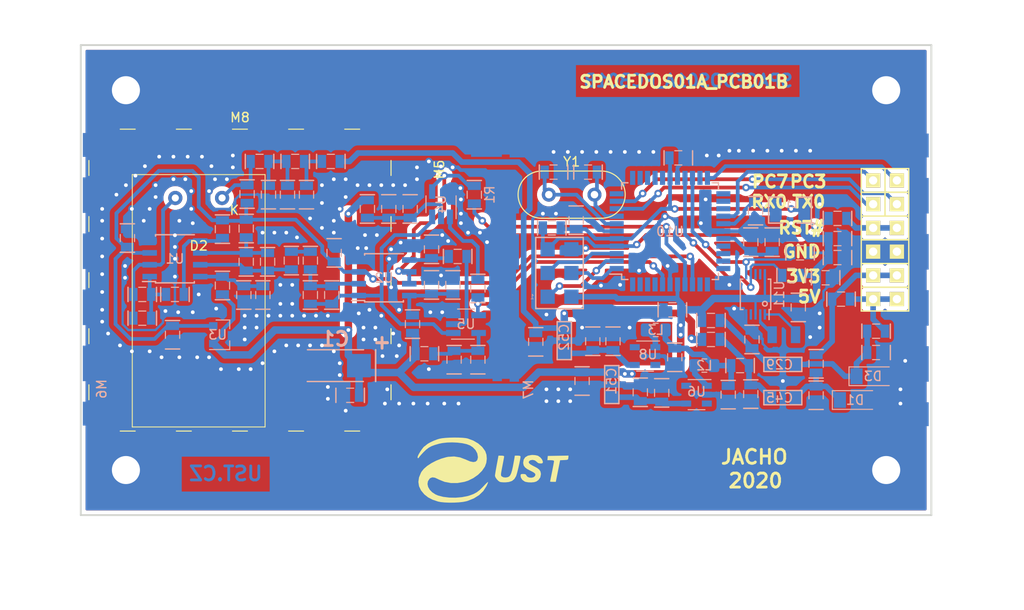
<source format=kicad_pcb>
(kicad_pcb (version 20210424) (generator pcbnew)
  (title_block (title "NAME") (date "%d. %m. %Y") (rev "REV") (company "Mlab www.mlab.cz") (comment 1 "VERSION") (comment 2 "Short description\\nTwo lines are maximum") (comment 3 "nickname <email@example.com>"))
  (layers (0 "F.Cu" signal) (31 "B.Cu" signal) (34 "B.Paste" user) (36 "B.SilkS" user "B.Silkscreen") (37 "F.SilkS" user "F.Silkscreen") (38 "B.Mask" user) (39 "F.Mask" user) (44 "Edge.Cuts" user))
  (net 0 "")
  (net 1 "GND")
  (net 2 "Net-(C10-Pad2)")
  (net 3 "/VCC1")
  (net 4 "/VCC2")
  (net 5 "/VCC3")
  (net 6 "/VCC4")
  (net 7 "Net-(C10-Pad1)")
  (net 8 "Net-(C15-Pad1)")
  (net 9 "Net-(C15-Pad2)")
  (net 10 "Net-(C16-Pad1)")
  (net 11 "Net-(C18-Pad1)")
  (net 12 "Net-(C18-Pad2)")
  (net 13 "Net-(C19-Pad1)")
  (net 14 "Net-(R12-Pad2)")
  (net 15 "Net-(R13-Pad2)")
  (net 16 "Net-(C2-Pad1)")
  (net 17 "/A")
  (net 18 "/K")
  (net 19 "Net-(C22-Pad1)")
  (net 20 "Net-(R1-Pad2)")
  (net 21 "VDD")
  (net 22 "Net-(C30-Pad1)")
  (net 23 "/cpu/AVCC")
  (net 24 "Net-(C33-Pad1)")
  (net 25 "Net-(C38-Pad1)")
  (net 26 "/cpu/RST#")
  (net 27 "/cpu/RST#_P")
  (net 28 "/cpu/PC0")
  (net 29 "/cpu/PC1")
  (net 30 "/cpu/PB5")
  (net 31 "/cpu/PB7")
  (net 32 "/cpu/PB6")
  (net 33 "/cpu/RX0")
  (net 34 "/cpu/TX0")
  (net 35 "Net-(U11-Pad1)")
  (net 36 "Net-(U11-Pad2)")
  (net 37 "+3V3")
  (net 38 "Net-(C21-Pad1)")
  (net 39 "Net-(C42-Pad1)")
  (net 40 "+5V")
  (net 41 "Net-(L2-Pad2)")
  (net 42 "Net-(L3-Pad2)")
  (net 43 "PA1")
  (net 44 "PA0")
  (net 45 "Net-(C40-Pad1)")
  (net 46 "Net-(C29-Pad3)")
  (net 47 "Net-(C45-Pad3)")
  (net 48 "Net-(C29-Pad1)")
  (net 49 "/cpu/PC3")
  (net 50 "/cpu/PC7")
  (net 51 "/power/5")
  (net 52 "/power/3")
  (net 53 "PB0")
  (footprint "Mlab_Mechanical:MountingHole_3mm" (layer "F.Cu") (at 86.36 -45.72)
    (fp_text reference "M2" hide)
    (fp_text value "HOLE" hide)
  )
  (footprint "Mlab_Mechanical:MountingHole_3mm" (layer "F.Cu") (at 5.08 -45.72)
    (fp_text reference "M3" hide)
    (fp_text value "HOLE" hide)
  )
  (footprint "Mlab_Mechanical:MountingHole_3mm" (layer "F.Cu") (at 5.08 -5.08)
    (fp_text reference "M4" hide)
    (fp_text value "HOLE" hide)
  )
  (footprint "Mlab_Pin_Headers:Straight_1x02" (layer "F.Cu") (at 86.233 -25.908 90)
    (fp_text reference "J1" hide)
    (fp_text value "HEADER_2x01_PARALLEL" hide)
  )
  (footprint "Mlab_Pin_Headers:Straight_1x02" (layer "F.Cu") (at 86.233 -28.448 90)
    (fp_text reference "J2" hide)
    (fp_text value "HEADER_2x01_PARALLEL" hide)
  )
  (footprint "Mlab_Pin_Headers:Straight_1x02" (layer "F.Cu") (at 86.233 -23.368 90)
    (fp_text reference "J3" hide)
    (fp_text value "HEADER_2x01_PARALLEL" hide)
  )
  (footprint "Mlab_D:HAMAMATSU_S2744-09" (layer "F.Cu") (at 12.86 -8.75 -90)
    (fp_text reference "D2")
    (fp_text value "S2744-09")
  )
  (footprint "Mlab_Pin_Headers:Straight_1x01" (layer "F.Cu") (at 84.963 -36.068)
    (fp_text reference "J4" hide)
    (fp_text value "HEADER_1x01" hide)
  )
  (footprint "Mlab_Pin_Headers:Straight_1x01" (layer "F.Cu") (at 87.503 -36.068)
    (fp_text reference "J5" hide)
    (fp_text value "HEADER_1x01" hide)
  )
  (footprint "Mlab_Pin_Headers:Straight_1x01" (layer "F.Cu") (at 84.963 -33.528)
    (fp_text reference "J6" hide)
    (fp_text value "HEADER_1x01" hide)
  )
  (footprint "Mlab_Pin_Headers:Straight_1x01" (layer "F.Cu") (at 87.503 -33.528)
    (fp_text reference "J7" hide)
    (fp_text value "HEADER_1x01" hide)
  )
  (footprint "Mlab_Pin_Headers:Straight_2x01" (layer "F.Cu") (at 86.233 -30.988)
    (fp_text reference "J19" hide)
    (fp_text value "HEADER_2x01_PARALLEL" hide)
  )
  (footprint "Mlab_Mechanical:MountingHole_3mm" (layer "F.Cu") (at 86.36 -5.08)
    (fp_text reference "M1" hide)
    (fp_text value "HOLE" hide)
  )
  (footprint "Mlab_Mechanical:BMI-S-210-F" (layer "F.Cu") (at 36.576 -41.148)
    (fp_text reference "M5")
    (fp_text value "BMI-S-210-F")
  )
  (footprint "RF_Shielding:Laird_Technologies_BMI-S-204-F_32.00x32.00mm" (layer "F.Cu") (at 17.272 -25.4)
    (fp_text reference "M8")
    (fp_text value "BMI-S-204-F")
  )
  (footprint "Mlab_XTAL:Crystal_HC49-4H_Vertical" (layer "F.Cu") (at 50.292 -34.544)
    (fp_text reference "Y1")
    (fp_text value "16MHz")
  )
  (footprint "MLAB_LOGA:UST" (layer "F.Cu") (at 44.323 -5.08)
    (fp_text reference "G***" hide)
    (fp_text value "LOGO" hide)
  )
  (footprint "Mlab_R:SMD-0805" (layer "B.Cu") (at 10.066 -19.552 -90)
    (fp_text reference "C20")
    (fp_text value "100nF")
  )
  (footprint "Mlab_C:TantalC_SizeC_Reflow" (layer "B.Cu") (at 27.465 -16.25 180)
    (fp_text reference "C1")
    (fp_text value "47uF" hide)
  )
  (footprint "Mlab_R:SMD-0805" (layer "B.Cu") (at 5.24 -29.9025 90)
    (fp_text reference "C3")
    (fp_text value "4u7")
  )
  (footprint "Mlab_R:SMD-0805" (layer "B.Cu") (at 29.0525 -13.075 180)
    (fp_text reference "C4")
    (fp_text value "10uF")
  )
  (footprint "Mlab_R:SMD-0805" (layer "B.Cu") (at 6.8275 -23.87 180)
    (fp_text reference "C5")
    (fp_text value "1pFNP0 251R15S1R0AV4E" hide)
  )
  (footprint "Mlab_R:SMD-0805" (layer "B.Cu") (at 19.718 -23.8065 -90)
    (fp_text reference "C6")
    (fp_text value "10uF")
  )
  (footprint "Mlab_R:SMD-0805" (layer "B.Cu") (at 40.038 -24.886 90)
    (fp_text reference "C7")
    (fp_text value "10uF")
  )
  (footprint "Mlab_R:SMD-0805" (layer "B.Cu") (at 33.18 -33.014 90)
    (fp_text reference "C8")
    (fp_text value "10uF")
  )
  (footprint "Mlab_R:SMD-0805" (layer "B.Cu") (at 40.165 -16.885 -90)
    (fp_text reference "C9")
    (fp_text value "10uF")
  )
  (footprint "Mlab_R:SMD-0805" (layer "B.Cu") (at 10.32 -23.87 180)
    (fp_text reference "C10")
    (fp_text value "100nF")
  )
  (footprint "Mlab_R:SMD-0805" (layer "B.Cu") (at 17.686 -23.8065 -90)
    (fp_text reference "C11")
    (fp_text value "100nF")
  )
  (footprint "Mlab_R:SMD-0805" (layer "B.Cu") (at 37.752 -24.886 90)
    (fp_text reference "C12")
    (fp_text value "100nF")
  )
  (footprint "Mlab_R:SMD-0805" (layer "B.Cu") (at 35.466 -33.014 90)
    (fp_text reference "C13")
    (fp_text value "100nF")
  )
  (footprint "Mlab_R:SMD-0805" (layer "B.Cu") (at 42.705 -16.885 -90)
    (fp_text reference "C14")
    (fp_text value "100nF")
  )
  (footprint "Mlab_R:SMD-0805" (layer "B.Cu") (at 20.226 -27.3625 90)
    (fp_text reference "C15")
    (fp_text value "3n3")
  )
  (footprint "Mlab_R:SMD-0805" (layer "B.Cu") (at 22.766 -27.4895 -90)
    (fp_text reference "C16")
    (fp_text value "100nF")
  )
  (footprint "Mlab_R:SMD-0805" (layer "B.Cu") (at 27.338 -28.315 90)
    (fp_text reference "C17")
    (fp_text value "4u7")
  )
  (footprint "Mlab_R:SMD-0805" (layer "B.Cu") (at 27.084 -23.8065 90)
    (fp_text reference "C18")
    (fp_text value "2n2")
  )
  (footprint "Mlab_R:SMD-0805" (layer "B.Cu") (at 37.752 -28.696 90)
    (fp_text reference "C19")
    (fp_text value "1nF/NP0")
  )
  (footprint "Mlab_R:SMD-0805" (layer "B.Cu") (at 35.72 -20.695 -90)
    (fp_text reference "R3")
    (fp_text value "470R")
  )
  (footprint "Mlab_R:SMD-0805" (layer "B.Cu") (at 30.894 -33.014 90)
    (fp_text reference "R4")
    (fp_text value "470R")
  )
  (footprint "Mlab_R:SMD-0805" (layer "B.Cu") (at 36.99 -17.52 180)
    (fp_text reference "R5")
    (fp_text value "470R")
  )
  (footprint "Mlab_R:SMD-0805" (layer "B.Cu") (at 6.8275 -21.33 180)
    (fp_text reference "R6")
    (fp_text value "10M")
  )
  (footprint "Mlab_R:SMD-0805" (layer "B.Cu") (at 15.4 -30.855 -90)
    (fp_text reference "R7")
    (fp_text value "10k")
  )
  (footprint "Mlab_R:SMD-0805" (layer "B.Cu") (at 17.94 -30.9185 90)
    (fp_text reference "R8")
    (fp_text value "1k")
  )
  (footprint "Mlab_R:SMD-0805" (layer "B.Cu") (at 17.94 -27.3625 90)
    (fp_text reference "R9")
    (fp_text value "4k7")
  )
  (footprint "Mlab_R:SMD-0805" (layer "B.Cu") (at 24.798 -27.4895 90)
    (fp_text reference "R10")
    (fp_text value "1k")
  )
  (footprint "Mlab_R:SMD-0805" (layer "B.Cu") (at 24.798 -23.8065 90)
    (fp_text reference "R11")
    (fp_text value "4k7")
  )
  (footprint "Mlab_R:SMD-0805" (layer "B.Cu") (at 42.705 -24.505 90)
    (fp_text reference "R12")
    (fp_text value "10k")
  )
  (footprint "Mlab_R:SMD-0805" (layer "B.Cu") (at 40.546 -27.934)
    (fp_text reference "R13")
    (fp_text value "2k2")
  )
  (footprint "Mlab_IO:SOIC-8_3.9x4.9mm_Pitch1.27mm" (layer "B.Cu") (at 10.32 -27.68)
    (fp_text reference "U1")
    (fp_text value "OPA2314" hide)
  )
  (footprint "Package_TO_SOT_SMD:SOT-23-5_HandSoldering" (layer "B.Cu") (at 38.768 -33.522 90)
    (fp_text reference "U4")
    (fp_text value "TS7211" hide)
  )
  (footprint "Package_TO_SOT_SMD:SOT-23-5_HandSoldering" (layer "B.Cu") (at 41.435 -20.695)
    (fp_text reference "U5")
    (fp_text value "TS5A4594" hide)
  )
  (footprint "Mlab_R:SMD-0805" (layer "B.Cu") (at 15.4 -24.8225 -90)
    (fp_text reference "R2")
    (fp_text value "470R")
  )
  (footprint "Mlab_IO:SOIC-8_3.9x4.9mm_Pitch1.27mm" (layer "B.Cu") (at 32.672 -25.648)
    (fp_text reference "U2")
    (fp_text value "OPA2314" hide)
  )
  (footprint "Mlab_R:SMD-0805" (layer "B.Cu") (at 42.324 -34.538 90)
    (fp_text reference "R1")
    (fp_text value "10R" hide)
  )
  (footprint "Mlab_R:SMD-0805" (layer "B.Cu") (at 20.32 -34.544 -90)
    (fp_text reference "C2")
    (fp_text value "100nF")
  )
  (footprint "Package_TO_SOT_SMD:SOT-23" (layer "B.Cu") (at 15.416 -19.552)
    (fp_text reference "U3")
    (fp_text value "ISL21080DIH312Z-TK  1V25" hide)
  )
  (footprint "Diode_SMD:D_MiniMELF" (layer "B.Cu") (at 83.157 -12.573)
    (fp_text reference "D1")
    (fp_text value "BZV55C-5,6V" hide)
  )
  (footprint "Mlab_R:SMD-0805" (layer "B.Cu") (at 72.009 -19.05 90)
    (fp_text reference "C55")
    (fp_text value "100nF")
  )
  (footprint "Mlab_R:SMD-0805" (layer "B.Cu") (at 67.6275 -19.05)
    (fp_text reference "R25")
    (fp_text value "-")
  )
  (footprint "Mlab_R:SMD-0805" (layer "B.Cu") (at 67.6275 -21.082)
    (fp_text reference "R27")
    (fp_text value "-")
  )
  (footprint "Mlab_R:SMD-0805" (layer "B.Cu") (at 70.739 -16.256)
    (fp_text reference "R28")
    (fp_text value "0R")
  )
  (footprint "Mlab_R:SMD-0805" (layer "B.Cu") (at 24.384 -34.544 -90)
    (fp_text reference "C21")
    (fp_text value "10uF")
  )
  (footprint "Mlab_R:SMD-0805" (layer "B.Cu") (at 78.867 -13.081 -90)
    (fp_text reference "C22")
    (fp_text value "10uF")
  )
  (footprint "Mlab_R:SMD-0805" (layer "B.Cu") (at 85.2805 -17.653)
    (fp_text reference "C36")
    (fp_text value "10uF")
  )
  (footprint "Mlab_R:SMD-0805" (layer "B.Cu") (at 78.867 -16.4465 90)
    (fp_text reference "F1")
    (fp_text value "SR010-15 100mA " hide)
  )
  (footprint "Mlab_R:SMD-0805" (layer "B.Cu") (at 85.2805 -19.939)
    (fp_text reference "F2")
    (fp_text value "SR010-15 100mA " hide)
  )
  (footprint "Diode_SMD:D_MiniMELF" (layer "B.Cu") (at 84.935 -15.113)
    (fp_text reference "D3")
    (fp_text value "BZV55C-5,6V" hide)
  )
  (footprint "Resistor_SMD:R_0805_2012Metric_Pad1.15x1.40mm_HandSolder" (layer "B.Cu") (at 66.92 -16.256 180)
    (fp_text reference "L2")
    (fp_text value "DFE252012P-4R7M" hide)
  )
  (footprint "Resistor_SMD:R_0805_2012Metric_Pad1.15x1.40mm_HandSolder" (layer "B.Cu") (at 61.722 -20.066 180)
    (fp_text reference "L3")
    (fp_text value "DFE252012P-4R7M" hide)
  )
  (footprint "Package_TO_SOT_SMD:SOT-23-5" (layer "B.Cu") (at 66.083 -13.147 180)
    (fp_text reference "U6")
    (fp_text value "TPS613221ADBV" hide)
  )
  (footprint "Mlab_R:SMD-0805" (layer "B.Cu") (at 54.991 -18.8595 90)
    (fp_text reference "C50")
    (fp_text value "10uF")
  )
  (footprint "Mlab_R:SMD-0805" (layer "B.Cu") (at 62.357 -13.335 90)
    (fp_text reference "C49")
    (fp_text value "10uF")
  )
  (footprint "Mlab_R:SMD-0805" (layer "B.Cu") (at 57.15 -18.8595 90)
    (fp_text reference "C42")
    (fp_text value "10uF")
  )
  (footprint "Mlab_L:FIR_0805" (layer "B.Cu") (at 51.943 -18.923 90)
    (fp_text reference "C52")
    (fp_text value "NFM21PC105-1uF" hide)
  )
  (footprint "Mlab_R:SMD-0805" (layer "B.Cu") (at 60.071 -13.3985 90)
    (fp_text reference "C38")
    (fp_text value "10uF")
  )
  (footprint "Mlab_L:FIR_0805" (layer "B.Cu") (at 57.023 -14.224 90)
    (fp_text reference "C51")
    (fp_text value "NFM21PC105-1uF" hide)
  )
  (footprint "Mlab_R:SMD-0805" (layer "B.Cu") (at 63.754 -17.145 -90)
    (fp_text reference "C25")
    (fp_text value "100nF")
  )
  (footprint "Mlab_R:SMD-0805" (layer "B.Cu") (at 71.882 -29.464 90)
    (fp_text reference "C44")
    (fp_text value "100nF")
  )
  (footprint "Mlab_R:SMD-0805" (layer "B.Cu") (at 74.168 -29.464 90)
    (fp_text reference "C40")
    (fp_text value "10uF")
  )
  (footprint "Mlab_R:SMD-0805" (layer "B.Cu") (at 81.534 -23.368)
    (fp_text reference "R24")
    (fp_text value "-")
  )
  (footprint "Mlab_R:SMD-0805" (layer "B.Cu") (at 72.39 -32.8295 -90)
    (fp_text reference "C31")
    (fp_text value "100nF")
  )
  (footprint "Mlab_R:SMD-0805" (layer "B.Cu") (at 81.153 -27.813)
    (fp_text reference "C27")
    (fp_text value "100nF")
  )
  (footprint "Mlab_R:SMD-0805" (layer "B.Cu") (at 53.848 -14.605 -90)
    (fp_text reference "C53")
    (fp_text value "100nF")
  )
  (footprint "Package_TO_SOT_SMD:SOT-23-5" (layer "B.Cu") (at 60.579 -17.272 180)
    (fp_text reference "U8")
    (fp_text value "TPS613222ADBV" hide)
  )
  (footprint "Package_QFP:TQFP-44_10x10mm_P0.8mm" (layer "B.Cu") (at 63.25 -30.64)
    (fp_text reference "U10")
    (fp_text value "ATMEGA1284P-AU" hide)
  )
  (footprint "Mlab_R:SMD-0805" (layer "B.Cu") (at 77.1525 -28.321)
    (fp_text reference "R20")
    (fp_text value "10k")
  )
  (footprint "Mlab_Mechanical:BMI-S-210-F" (layer "B.Cu") (at 46.101 -9.779)
    (fp_text reference "M7")
    (fp_text value "BMI-S-210-F")
  )
  (footprint "Mlab_L:FIR_0805" (layer "B.Cu") (at 75.311 -16.383 180)
    (fp_text reference "C29")
    (fp_text value "NFM21PC105-1uF" hide)
  )
  (footprint "Mlab_Pin_Headers:SMD_2x03" (layer "B.Cu") (at 51.435 -26.162)
    (fp_text reference "J22" hide)
    (fp_text value "HEADER_2x03" hide)
  )
  (footprint "Mlab_R:SMD-0805" (layer "B.Cu") (at 50.6095 -30.988)
    (fp_text reference "R23")
    (fp_text value "10k")
  )
  (footprint "Mlab_R:SMD-0805" (layer "B.Cu") (at 79.883 -25.654)
    (fp_text reference "C26")
    (fp_text value "100nF")
  )
  (footprint "Mlab_R:SMD-0805" (layer "B.Cu") (at 81.153 -29.845)
    (fp_text reference "C28")
    (fp_text value "100nF")
  )
  (footprint "Mlab_R:SMD-0805" (layer "B.Cu") (at 50.8 -36.957)
    (fp_text reference "C30")
    (fp_text value "15pF")
  )
  (footprint "Mlab_R:SMD-0805" (layer "B.Cu") (at 54.483 -36.957 180)
    (fp_text reference "C33")
    (fp_text value "15pF")
  )
  (footprint "Mlab_R:SMD-0805" (layer "B.Cu") (at 53.213 -31.8135 90)
    (fp_text reference "C34")
    (fp_text value "100nF")
  )
  (footprint "Mlab_R:SMD-0805" (layer "B.Cu") (at 63.5 -22.225 180)
    (fp_text reference "C35")
    (fp_text value "100nF")
  )
  (footprint "Mlab_R:SMD-0805" (layer "B.Cu") (at 64.135 -38.481)
    (fp_text reference "C39")
    (fp_text value "100nF")
  )
  (footprint "Mlab_R:SMD-0805" (layer "B.Cu") (at 81.153 -32.004)
    (fp_text reference "C43")
    (fp_text value "4u7")
  )
  (footprint "Mlab_R:SMD-0805" (layer "B.Cu") (at 76.962 -22.479 -90)
    (fp_text reference "C47")
    (fp_text value "100nF")
  )
  (footprint "Mlab_R:SMD-1210" (layer "B.Cu") (at 76.073 -32.893 180)
    (fp_text reference "L1")
    (fp_text value "10uH - LQH32CN100K23L" hide)
  )
  (footprint "Mlab_R:SMD-0805" (layer "B.Cu") (at 76.2 -25.908)
    (fp_text reference "R21")
    (fp_text value "10k")
  )
  (footprint "Mlab_IO:TSSOP-10_3x3mm_Pitch0.5mm" (layer "B.Cu") (at 72.39 -23.876 90)
    (fp_text reference "U11")
    (fp_text value "PCF85263A" hide)
  )
  (footprint "Mlab_XTAL:ABS07" (layer "B.Cu") (at 75.418 -19.558 180)
    (fp_text reference "Y2")
    (fp_text value "ABS07-120-32.768KHZ-T" hide)
  )
  (footprint "Mlab_R:SMD-0805" (layer "B.Cu") (at 22.352 -34.544 -90)
    (fp_text reference "C23")
    (fp_text value "10uF")
  )
  (footprint "Mlab_R:SMD-0805" (layer "B.Cu") (at 18.034 -34.6075 -90)
    (fp_text reference "C24")
    (fp_text value "1uF")
  )
  (footprint "Mlab_R:SMD-0805" (layer "B.Cu") (at 69.469 -13.1445 -90)
    (fp_text reference "C32")
    (fp_text value "100nF")
  )
  (footprint "Mlab_L:FIR_0805" (layer "B.Cu") (at 75.311 -12.827 180)
    (fp_text reference "C45")
    (fp_text value "NFM21PC105-1uF" hide)
  )
  (footprint "Mlab_R:SMD-0805" (layer "B.Cu") (at 71.882 -13.208 -90)
    (fp_text reference "C48")
    (fp_text value "100nF")
  )
  (footprint "Mlab_R:SMD-0805" (layer "B.Cu") (at 48.895 -18.796 -90)
    (fp_text reference "C54")
    (fp_text value "100nF")
  )
  (footprint "Mlab_R:SMD-0805" (layer "B.Cu") (at 26.9875 -38.1)
    (fp_text reference "R15")
    (fp_text value "4k7")
  )
  (footprint "Mlab_R:SMD-0805" (layer "B.Cu") (at 23.1775 -38.1)
    (fp_text reference "R19")
    (fp_text value "4k7")
  )
  (footprint "Mlab_R:SMD-0805" (layer "B.Cu") (at 19.3675 -38.1)
    (fp_text reference "R22")
    (fp_text value "4k7")
  )
  (footprint "Mlab_Mechanical:BMI-S-210-F" (layer "B.Cu") (at 0.474 -9.84)
    (fp_text reference "M6")
    (fp_text value "BMI-S-210-F")
  )
  (gr_line (start 0.254 -50.546) (end 91.186 -50.546) (layer "Edge.Cuts") (width 0.2))
  (gr_line (start 0.254 -0.254) (end 0.254 -50.546) (layer "Edge.Cuts") (width 0.2))
  (gr_line (start 0.254 -0.254) (end 91.186 -0.254) (layer "Edge.Cuts") (width 0.2))
  (gr_line (start 91.186 -0.254) (end 91.186 -50.546) (layer "Edge.Cuts") (width 0.2))
  (gr_text "UST.CZ" (at 15.748 -4.699) (layer "B.Cu") (effects (font (size 1.5 1.5) (thickness 0.3)) (justify mirror)))
  (gr_text "SPACEDOS01A_PCB01B" (at 53.848 -46.736) (layer "B.Cu") (effects (font (size 1.3 1.3) (thickness 0.3)) (justify right mirror)))
  (gr_text "RST#" (at 79.883 -30.988) (layer "F.SilkS") (effects (font (size 1.3 1.3) (thickness 0.3)) (justify right)))
  (gr_text "SPACEDOS01A_PCB01B" (at 76.073 -46.609) (layer "F.SilkS") (effects (font (size 1.3 1.3) (thickness 0.3)) (justify right)))
  (gr_text "TX0" (at 80.01 -33.782) (layer "F.SilkS") (effects (font (size 1.3 1.3) (thickness 0.3)) (justify right)))
  (gr_text "5V" (at 79.502 -23.622) (layer "F.SilkS") (effects (font (size 1.3 1.3) (thickness 0.3)) (justify right)))
  (gr_text "RX0" (at 75.946 -33.782) (layer "F.SilkS") (effects (font (size 1.3 1.3) (thickness 0.3)) (justify right)))
  (gr_text "3V3" (at 79.502 -25.781) (layer "F.SilkS") (effects (font (size 1.3 1.3) (thickness 0.3)) (justify right)))
  (gr_text "GND" (at 79.502 -28.448) (layer "F.SilkS") (effects (font (size 1.3 1.3) (thickness 0.3)) (justify right)))
  (gr_text "PC7" (at 76.073 -35.941) (layer "F.SilkS") (effects (font (size 1.3 1.3) (thickness 0.3)) (justify right)))
  (gr_text "PC3" (at 80.137 -35.941) (layer "F.SilkS") (effects (font (size 1.3 1.3) (thickness 0.3)) (justify right)))
  (gr_text "2020" (at 72.39 -3.937) (layer "F.SilkS") (effects (font (size 1.5 1.5) (thickness 0.3))))
  (gr_text "JACHO" (at 72.263 -6.477) (layer "F.SilkS") (effects (font (size 1.5 1.5) (thickness 0.3))))
  (segment (start 4.986 -25.648) (end 4.986 -26.918) (width 0.25) (layer "F.Cu") (net 1))
  (segment (start 34.45 -28.912) (end 33.218 -27.68) (width 0.4) (layer "F.Cu") (net 1))
  (segment (start 33.434 -24.632) (end 33.434 -23.362) (width 0.25) (layer "F.Cu") (net 1))
  (segment (start 10.32 -28.95) (end 10.32 -27.68) (width 0.25) (layer "F.Cu") (net 1))
  (segment (start 13.495 -31.49) (end 12.205565 -30.200565) (width 0.25) (layer "F.Cu") (net 1))
  (segment (start 29.862 -28.823) (end 30.767 -28.823) (width 0.25) (layer "F.Cu") (net 1))
  (segment (start 31.91 -30.22) (end 30.64 -30.22) (width 0.4) (layer "F.Cu") (net 1))
  (segment (start 38.895 -21.965) (end 37.625 -21.965) (width 0.4) (layer "F.Cu") (net 1))
  (segment (start 34.45 -29.42) (end 34.45 -28.912) (width 0.4) (layer "F.Cu") (net 1))
  (segment (start 33.434 -23.362) (end 33.688 -23.108) (width 0.25) (layer "F.Cu") (net 1))
  (segment (start 34.146372 -29.42) (end 33.428186 -28.701814) (width 0.4) (layer "F.Cu") (net 1))
  (segment (start 12.205565 -30.200565) (end 10.319457 -30.200565) (width 0.25) (layer "F.Cu") (net 1))
  (segment (start 39.53 -29.585) (end 39.53 -26.664) (width 0.4) (layer "F.Cu") (net 1))
  (segment (start 12.225 -21.965) (end 14.13 -21.965) (width 0.25) (layer "F.Cu") (net 1))
  (segment (start 34.45 -29.42) (end 34.146372 -29.42) (width 0.4) (layer "F.Cu") (net 1))
  (segment (start 39.53 -26.664) (end 38.768 -25.902) (width 0.4) (layer "F.Cu") (net 1))
  (via (at 75.311 -14.605) (size 0.8) (drill 0.4) (layers "F.Cu" "B.Cu") (net 1))
  (via (at 33.02 -13.716) (size 0.8) (drill 0.4) (layers "F.Cu" "B.Cu") (net 1))
  (via (at 32.766 -12.192) (size 0.8) (drill 0.4) (layers "F.Cu" "B.Cu") (net 1))
  (via (at 34.29 -12.192) (size 0.8) (drill 0.4) (layers "F.Cu" "B.Cu") (net 1))
  (via (at 35.814 -12.192) (size 0.8) (drill 0.4) (layers "F.Cu" "B.Cu") (net 1))
  (via (at 37.338 -12.192) (size 0.8) (drill 0.4) (layers "F.Cu" "B.Cu") (net 1))
  (via (at 39.116 -12.192) (size 0.8) (drill 0.4) (layers "F.Cu" "B.Cu") (net 1))
  (via (at 40.64 -12.192) (size 0.8) (drill 0.4) (layers "F.Cu" "B.Cu") (net 1))
  (via (at 28.575 -11.43) (size 0.8) (drill 0.4) (layers "F.Cu" "B.Cu") (net 1))
  (via (at 26.67 -12.7) (size 0.8) (drill 0.4) (layers "F.Cu" "B.Cu") (net 1))
  (via (at 26.67 -13.97) (size 0.8) (drill 0.4) (layers "F.Cu" "B.Cu") (net 1))
  (via (at 27.94 -15.24) (size 0.8) (drill 0.4) (layers "F.Cu" "B.Cu") (net 1))
  (via (at 27.94 -16.51) (size 0.8) (drill 0.4) (layers "F.Cu" "B.Cu") (net 1))
  (via (at 27.305 -17.78) (size 0.8) (drill 0.4) (layers "F.Cu" "B.Cu") (net 1))
  (via (at 26.035 -18.415) (size 0.8) (drill 0.4) (layers "F.Cu" "B.Cu") (net 1))
  (via (at 24.765 -18.415) (size 0.8) (drill 0.4) (layers "F.Cu" "B.Cu") (net 1))
  (via (at 23.495 -18.415) (size 0.8) (drill 0.4) (layers "F.Cu" "B.Cu") (net 1))
  (via (at 22.225 -18.415) (size 0.8) (drill 0.4) (layers "F.Cu" "B.Cu") (net 1))
  (via (at 20.955 -17.78) (size 0.8) (drill 0.4) (layers "F.Cu" "B.Cu") (net 1))
  (via (at 19.685 -16.51) (size 0.8) (drill 0.4) (layers "F.Cu" "B.Cu") (net 1))
  (via (at 18.415 -15.875) (size 0.8) (drill 0.4) (layers "F.Cu" "B.Cu") (net 1))
  (via (at 17.145 -15.875) (size 0.8) (drill 0.4) (layers "F.Cu" "B.Cu") (net 1))
  (via (at 15.24 -15.875) (size 0.8) (drill 0.4) (layers "F.Cu" "B.Cu") (net 1))
  (via (at 13.97 -17.145) (size 0.8) (drill 0.4) (layers "F.Cu" "B.Cu") (net 1))
  (via (at 12.7 -17.145) (size 0.8) (drill 0.4) (layers "F.Cu" "B.Cu") (net 1))
  (via (at 17.78 -19.05) (size 0.8) (drill 0.4) (layers "F.Cu" "B.Cu") (net 1))
  (via (at 17.78 -20.32) (size 0.8) (drill 0.4) (layers "F.Cu" "B.Cu") (net 1))
  (via (at 17.78 -21.59) (size 0.8) (drill 0.4) (layers "F.Cu" "B.Cu") (net 1))
  (via (at 19.05 -21.59) (size 0.8) (drill 0.4) (layers "F.Cu" "B.Cu") (net 1))
  (via (at 19.05 -20.32) (size 0.8) (drill 0.4) (layers "F.Cu" "B.Cu") (net 1))
  (via (at 20.32 -21.59) (size 0.8) (drill 0.4) (layers "F.Cu" "B.Cu") (net 1))
  (via (at 21.59 -21.59) (size 0.8) (drill 0.4) (layers "F.Cu" "B.Cu") (net 1))
  (via (at 22.86 -21.59) (size 0.8) (drill 0.4) (layers "F.Cu" "B.Cu") (net 1))
  (via (at 24.13 -21.59) (size 0.8) (drill 0.4) (layers "F.Cu" "B.Cu") (net 1))
  (via (at 25.4 -21.59) (size 0.8) (drill 0.4) (layers "F.Cu" "B.Cu") (net 1))
  (via (at 26.67 -21.59) (size 0.8) (drill 0.4) (layers "F.Cu" "B.Cu") (net 1))
  (via (at 21.59 -22.86) (size 0.8) (drill 0.4) (layers "F.Cu" "B.Cu") (net 1))
  (via (at 21.59 -24.892) (size 0.8) (drill 0.4) (layers "F.Cu" "B.Cu") (net 1))
  (via (at 22.86 -24.892) (size 0.8) (drill 0.4) (layers "F.Cu" "B.Cu") (net 1))
  (via (at 22.86 -22.86) (size 0.8) (drill 0.4) (layers "F.Cu" "B.Cu") (net 1))
  (via (at 31.115 -22.225) (size 0.8) (drill 0.4) (layers "F.Cu" "B.Cu") (net 1))
  (via (at 29.972 -21.844) (size 0.8) (drill 0.4) (layers "F.Cu" "B.Cu") (net 1))
  (via (at 30.48 -20.32) (size 0.8) (drill 0.4) (layers "F.Cu" "B.Cu") (net 1))
  (via (at 30.48 -19.05) (size 0.8) (drill 0.4) (layers "F.Cu" "B.Cu") (net 1))
  (via (at 31.75 -19.05) (size 0.8) (drill 0.4) (layers "F.Cu" "B.Cu") (net 1))
  (via (at 31.75 -20.32) (size 0.8) (drill 0.4) (layers "F.Cu" "B.Cu") (net 1))
  (via (at 32.385 -21.59) (size 0.8) (drill 0.4) (layers "F.Cu" "B.Cu") (net 1))
  (via (at 34.29 -22.225) (size 0.8) (drill 0.4) (layers "F.Cu" "B.Cu") (net 1))
  (via (at 34.036 -17.272) (size 0.8) (drill 0.4) (layers "F.Cu" "B.Cu") (net 1))
  (via (at 34.29 -18.415) (size 0.8) (drill 0.4) (layers "F.Cu" "B.Cu") (net 1))
  (via (at 33.655 -19.685) (size 0.8) (drill 0.4) (layers "F.Cu" "B.Cu") (net 1))
  (via (at 32.512 -17.272) (size 0.8) (drill 0.4) (layers "F.Cu" "B.Cu") (net 1))
  (via (at 10.795 -17.145) (size 0.8) (drill 0.4) (layers "F.Cu" "B.Cu") (net 1))
  (via (at 8.89 -17.145) (size 0.8) (drill 0.4) (layers "F.Cu" "B.Cu") (net 1))
  (via (at 7.62 -17.78) (size 0.8) (drill 0.4) (layers "F.Cu" "B.Cu") (net 1))
  (via (at 5.715 -17.78) (size 0.8) (drill 0.4) (layers "F.Cu" "B.Cu") (net 1))
  (via (at 4.445 -18.415) (size 0.8) (drill 0.4) (layers "F.Cu" "B.Cu") (net 1))
  (via (at 3.175 -19.685) (size 0.8) (drill 0.4) (layers "F.Cu" "B.Cu") (net 1))
  (via (at 2.54 -20.955) (size 0.8) (drill 0.4) (layers "F.Cu" "B.Cu") (net 1))
  (via (at 2.54 -22.225) (size 0.8) (drill 0.4) (layers "F.Cu" "B.Cu") (net 1))
  (via (at 2.54 -24.13) (size 0.8) (drill 0.4) (layers "F.Cu" "B.Cu") (net 1))
  (via (at 2.54 -26.035) (size 0.8) (drill 0.4) (layers "F.Cu" "B.Cu") (net 1))
  (via (at 2.54 -27.94) (size 0.8) (drill 0.4) (layers "F.Cu" "B.Cu") (net 1))
  (via (at 2.54 -29.845) (size 0.8) (drill 0.4) (layers "F.Cu" "B.Cu") (net 1))
  (via (at 2.54 -31.75) (size 0.8) (drill 0.4) (layers "F.Cu" "B.Cu") (net 1))
  (via (at 2.54 -33.02) (size 0.8) (drill 0.4) (layers "F.Cu" "B.Cu") (net 1))
  (via (at 5.715 -33.02) (size 0.8) (drill 0.4) (layers "F.Cu" "B.Cu") (net 1))
  (via (at 6.985 -31.75) (size 0.8) (drill 0.4) (layers "F.Cu" "B.Cu") (net 1))
  (via (at 7.62 -33.02) (size 0.8) (drill 0.4) (layers "F.Cu" "B.Cu") (net 1))
  (via (at 8.255 -34.29) (size 0.8) (drill 0.4) (layers "F.Cu" "B.Cu") (net 1))
  (via (at 8.255 -35.56) (size 0.8) (drill 0.4) (layers "F.Cu" "B.Cu") (net 1))
  (via (at 10.16 -36.195) (size 0.8) (drill 0.4) (layers "F.Cu" "B.Cu") (net 1))
  (via (at 11.43 -36.195) (size 0.8) (drill 0.4) (layers "F.Cu" "B.Cu") (net 1))
  (via (at 12.065 -34.925) (size 0.8) (drill 0.4) (layers "F.Cu" "B.Cu") (net 1))
  (via (at 10.795 -31.75) (size 0.8) (drill 0.4) (layers "F.Cu" "B.Cu") (net 1))
  (via (at 12.065 -33.02) (size 0.8) (drill 0.4) (layers "F.Cu" "B.Cu") (net 1))
  (via (at 5.08 -35.56) (size 0.8) (drill 0.4) (layers "F.Cu" "B.Cu") (net 1))
  (via (at 13.97 -34.925) (size 0.8) (drill 0.4) (layers "F.Cu" "B.Cu") (net 1))
  (via (at 14.605 -36.195) (size 0.8) (drill 0.4) (layers "F.Cu" "B.Cu") (net 1))
  (via (at 15.875 -36.195) (size 0.8) (drill 0.4) (layers "F.Cu" "B.Cu") (net 1))
  (via (at 16.51 -37.465) (size 0.8) (drill 0.4) (layers "F.Cu" "B.Cu") (net 1))
  (via (at 16.51 -38.735) (size 0.8) (drill 0.4) (layers "F.Cu" "B.Cu") (net 1))
  (via (at 19.685 -30.48) (size 0.8) (drill 0.4) (layers "F.Cu" "B.Cu") (net 1))
  (via (at 20.955 -30.48) (size 0.8) (drill 0.4) (layers "F.Cu" "B.Cu") (net 1))
  (via (at 22.225 -30.48) (size 0.8) (drill 0.4) (layers "F.Cu" "B.Cu") (net 1))
  (via (at 23.368 -29.972) (size 0.8) (drill 0.4) (layers "F.Cu" "B.Cu") (net 1))
  (via (at 24.765 -32.004) (size 0.8) (drill 0.4) (layers "F.Cu" "B.Cu") (net 1))
  (via (at 26.035 -30.988) (size 0.8) (drill 0.4) (layers "F.Cu" "B.Cu") (net 1))
  (via (at 27.305 -30.48) (size 0.8) (drill 0.4) (layers "F.Cu" "B.Cu") (net 1))
  (via (at 27.305 -31.75) (size 0.8) (drill 0.4) (layers "F.Cu" "B.Cu") (net 1))
  (via (at 27.94 -33.02) (size 0.8) (drill 0.4) (layers "F.Cu" "B.Cu") (net 1))
  (via (at 28.575 -34.29) (size 0.8) (drill 0.4) (layers "F.Cu" "B.Cu") (net 1))
  (via (at 26.035 -33.655) (size 0.8) (drill 0.4) (layers "F.Cu" "B.Cu") (net 1))
  (via (at 26.035 -35.56) (size 0.8) (drill 0.4) (layers "F.Cu" "B.Cu") (net 1))
  (via (at 27.305 -36.195) (size 0.8) (drill 0.4) (layers "F.Cu" "B.Cu") (net 1))
  (via (at 28.575 -36.195) (size 0.8) (drill 0.4) (layers "F.Cu" "B.Cu") (net 1))
  (via (at 29.845 -35.56) (size 0.8) (drill 0.4) (layers "F.Cu" "B.Cu") (net 1))
  (via (at 31.115 -35.56) (size 0.8) (drill 0.4) (layers "F.Cu" "B.Cu") (net 1))
  (via (at 32.385 -35.56) (size 0.8) (drill 0.4) (layers "F.Cu" "B.Cu") (net 1))
  (via (at 33.655 -35.56) (size 0.8) (drill 0.4) (layers "F.Cu" "B.Cu") (net 1))
  (via (at 34.925 -35.56) (size 0.8) (drill 0.4) (layers "F.Cu" "B.Cu") (net 1))
  (via (at 36.195 -36.195) (size 0.8) (drill 0.4) (layers "F.Cu" "B.Cu") (net 1))
  (via (at 36.195 -37.465) (size 0.8) (drill 0.4) (layers "F.Cu" "B.Cu") (net 1))
  (via (at 37.465 -38.1) (size 0.8) (drill 0.4) (layers "F.Cu" "B.Cu") (net 1))
  (via (at 40.005 -37.465) (size 0.8) (drill 0.4) (layers "F.Cu" "B.Cu") (net 1))
  (via (at 40.894 -34.036) (size 0.8) (drill 0.4) (layers "F.Cu" "B.Cu") (net 1))
  (via (at 40.894 -32.512) (size 0.8) (drill 0.4) (layers "F.Cu" "B.Cu") (net 1))
  (via (at 40.894 -31.496) (size 0.8) (drill 0.4) (layers "F.Cu" "B.Cu") (net 1))
  (via (at 41.656 -30.48) (size 0.8) (drill 0.4) (layers "F.Cu" "B.Cu") (net 1))
  (via (at 42.926 -30.48) (size 0.8) (drill 0.4) (layers "F.Cu" "B.Cu") (net 1))
  (via (at 43.688 -29.464) (size 0.8) (drill 0.4) (layers "F.Cu" "B.Cu") (net 1))
  (via (at 50.8 -39.116) (size 0.8) (drill 0.4) (layers "F.Cu" "B.Cu") (net 1))
  (via (at 52.324 -39.116) (size 0.8) (drill 0.4) (layers "F.Cu" "B.Cu") (net 1))
  (via (at 53.848 -39.116) (size 0.8) (drill 0.4) (layers "F.Cu" "B.Cu") (net 1))
  (via (at 55.372 -39.116) (size 0.8) (drill 0.4) (layers "F.Cu" "B.Cu") (net 1))
  (via (at 56.896 -39.116) (size 0.8) (drill 0.4) (layers "F.Cu" "B.Cu") (net 1))
  (via (at 58.42 -39.116) (size 0.8) (drill 0.4) (layers "F.Cu" "B.Cu") (net 1))
  (via (at 59.944 -39.116) (size 0.8) (drill 0.4) (layers "F.Cu" "B.Cu") (net 1))
  (via (at 61.468 -39.116) (size 0.8) (drill 0.4) (layers "F.Cu" "B.Cu") (net 1))
  (via (at 62.992 -26.924) (size 0.8) (drill 0.4) (layers "F.Cu" "B.Cu") (net 1))
  (via (at 58.928 -20.32) (size 0.8) (drill 0.4) (layers "F.Cu" "B.Cu") (net 1))
  (via (at 53.848 -20.32) (size 0.8) (drill 0.4) (layers "F.Cu" "B.Cu") (net 1))
  (via (at 57.912 -24.892) (size 0.8) (drill 0.4) (layers "F.Cu" "B.Cu") (net 1))
  (via (at 69.596 -24.892) (size 0.8) (drill 0.4) (layers "F.Cu" "B.Cu") (net 1))
  (via (at 70.104 -22.352) (size 0.8) (drill 0.4) (layers "F.Cu" "B.Cu") (net 1))
  (via (at 76.2 -31.496) (size 0.8) (drill 0.4) (layers "F.Cu" "B.Cu") (net 1))
  (via (at 66.548 -31.496) (size 0.8) (drill 0.4) (layers "F.Cu" "B.Cu") (net 1))
  (via (at 67.183 -38.735) (size 0.8) (drill 0.4) (layers "F.Cu" "B.Cu") (net 1))
  (via (at 68.453 -38.735) (size 0.8) (drill 0.4) (layers "F.Cu" "B.Cu") (net 1))
  (via (at 51.054 -32.512) (size 0.8) (drill 0.4) (layers "F.Cu" "B.Cu") (net 1))
  (via (at 50.038 -21.717) (size 0.8) (drill 0.4) (layers "F.Cu" "B.Cu") (net 1))
  (via (at 49.657 -32.512) (size 0.8) (drill 0.4) (layers "F.Cu" "B.Cu") (net 1))
  (via (at 6.096 -36.576) (size 0.8) (drill 0.4) (layers "F.Cu" "B.Cu") (net 1))
  (via (at 7.112 -37.592) (size 0.8) (drill 0.4) (layers "F.Cu" "B.Cu") (net 1))
  (via (at 8.636 -38.608) (size 0.8) (drill 0.4) (layers "F.Cu" "B.Cu") (net 1))
  (via (at 10.16 -38.608) (size 0.8) (drill 0.4) (layers "F.Cu" "B.Cu") (net 1))
  (via (at 11.684 -38.608) (size 0.8) (drill 0.4) (layers "F.Cu" "B.Cu") (net 1))
  (via (at 13.208 -38.608) (size 0.8) (drill 0.4) (layers "F.Cu" "B.Cu") (net 1))
  (via (at 14.224 -37.592) (size 0.8) (drill 0.4) (layers "F.Cu" "B.Cu") (net 1))
  (via (at 79.248 -21.844) (size 0.8) (drill 0.4) (layers "F.Cu" "B.Cu") (net 1))
  (via (at 79.248 -20.32) (size 0.8) (drill 0.4) (layers "F.Cu" "B.Cu") (net 1))
  (via (at 78.232 -19.304) (size 0.8) (drill 0.4) (layers "F.Cu" "B.Cu") (net 1))
  (via (at 78.232 -39.243) (size 0.8) (drill 0.4) (layers "F.Cu" "B.Cu") (net 1))
  (via (at 76.708 -39.243) (size 0.8) (drill 0.4) (layers "F.Cu" "B.Cu") (net 1))
  (via (at 75.184 -39.243) (size 0.8) (drill 0.4) (layers "F.Cu" "B.Cu") (net 1))
  (via (at 73.66 -39.243) (size 0.8) (drill 0.4) (layers "F.Cu" "B.Cu") (net 1))
  (via (at 72.136 -39.243) (size 0.8) (drill 0.4) (layers "F.Cu" "B.Cu") (net 1))
  (via (at 70.612 -39.243) (size 0.8) (drill 0.4) (layers "F.Cu" "B.Cu") (net 1))
  (via (at 69.596 -39.243) (size 0.8) (drill 0.4) (layers "F.Cu" "B.Cu") (net 1))
  (via (at 87.884 -12.192) (size 0.8) (drill 0.4) (layers "F.Cu" "B.Cu") (net 1))
  (via (at 87.884 -13.716) (size 0.8) (drill 0.4) (layers "F.Cu" "B.Cu") (net 1))
  (via (at 88.392 -16.764) (size 0.8) (drill 0.4) (layers "F.Cu" "B.Cu") (net 1))
  (via (at 79.248 -33.528) (size 0.8) (drill 0.4) (layers "F.Cu" "B.Cu") (net 1))
  (via (at 67.056 -34.036) (size 0.8) (drill 0.4) (layers "F.Cu" "B.Cu") (net 1))
  (via (at 10.32 -27.68) (size 0.8) (drill 0.4) (layers "F.Cu" "B.Cu") (net 1))
  (via (at 33.428186 -28.701814) (size 0.8) (drill 0.4) (layers "F.Cu" "B.Cu") (net 1))
  (via (at 37.625 -21.965) (size 0.8) (drill 0.4) (layers "F.Cu" "B.Cu") (net 1))
  (via (at 54.229 -28.829) (size 0.8) (drill 0.4) (layers "F.Cu" "B.Cu") (net 1))
  (via (at 38.749423 -37.565961) (size 0.8) (drill 0.4) (layers "F.Cu" "B.Cu") (net 1))
  (via (at 59.944 -26.416) (size 0.8) (drill 0.4) (layers "F.Cu" "B.Cu") (net 1))
  (via (at 31.91 -30.22) (size 0.8) (drill 0.4) (layers "F.Cu" "B.Cu") (net 1))
  (via (at 51.308 -13.716) (size 0.8) (drill 0.4) (layers "F.Cu" "B.Cu") (net 1))
  (via (at 40.836307 -35.248307) (size 0.8) (drill 0.4) (layers "F.Cu" "B.Cu") (net 1))
  (via (at 4.064 -34.544) (size 0.8) (drill 0.4) (layers "F.Cu" "B.Cu") (net 1))
  (via (at 10.319457 -30.200565) (size 0.8) (drill 0.4) (layers "F.Cu" "B.Cu") (net 1))
  (via (at 34.45 -29.42) (size 0.8) (drill 0.4) (layers "F.Cu" "B.Cu") (net 1))
  (via (at 30.64 -30.22) (size 0.8) (drill 0.4) (layers "F.Cu" "B.Cu") (net 1))
  (via (at 29.862 -28.823) (size 0.8) (drill 0.4) (layers "F.Cu" "B.Cu") (net 1))
  (via (at 4.986 -26.918) (size 0.8) (drill 0.4) (layers "F.Cu" "B.Cu") (net 1))
  (via (at 12.225 -31.49) (size 0.8) (drill 0.4) (layers "F.Cu" "B.Cu") (net 1))
  (via (at 51.308 -12.446) (size 0.8) (drill 0.4) (layers "F.Cu" "B.Cu") (net 1))
  (via (at 9.304 -22.092) (size 0.8) (drill 0.4) (layers "F.Cu" "B.Cu") (net 1))
  (via (at 50.038 -13.716) (size 0.8) (drill 0.4) (layers "F.Cu" "B.Cu") (net 1))
  (via (at 52.578 -12.446) (size 0.8) (drill 0.4) (layers "F.Cu" "B.Cu") (net 1))
  (via (at 38.768 -25.902) (size 0.8) (drill 0.4) (layers "F.Cu" "B.Cu") (net 1))
  (via (at 62.701789 -32.22) (size 0.8) (drill 0.4) (layers "F.Cu" "B.Cu") (net 1))
  (via (at 14.732 -22.352) (size 0.8) (drill 0.4) (layers "F.Cu" "B.Cu") (net 1))
  (via (at 38.895 -21.965) (size 0.8) (drill 0.4) (layers "F.Cu" "B.Cu") (net 1))
  (via (at 10.668 -21.965) (size 0.8) (drill 0.4) (layers "F.Cu" "B.Cu") (net 1))
  (via (at 37.465 -15.875) (size 0.8) (drill 0.4) (layers "F.Cu" "B.Cu") (net 1))
  (via (at 33.218 -27.68) (size 0.8) (drill 0.4) (layers "F.Cu" "B.Cu") (net 1))
  (via (at 52.578 -13.716) (size 0.8) (drill 0.4) (layers "F.Cu" "B.Cu") (net 1))
  (via (at 12.225 -21.965) (size 0.8) (drill 0.4) (layers "F.Cu" "B.Cu") (net 1))
  (via (at 12.86 -23.87) (size 0.8) (drill 0.4) (layers "F.Cu" "B.Cu") (net 1))
  (via (at 38.895 -30.22) (size 0.8) (drill 0.4) (layers "F.Cu" "B.Cu") (net 1))
  (via (at 39.53 -29.585) (size 0.8) (drill 0.4) (layers "F.Cu" "B.Cu") (net 1))
  (via (at 33.434 -24.632) (size 0.8) (drill 0.4) (layers "F.Cu" "B.Cu") (net 1))
  (via (at 4.986 -25.648) (size 0.8) (drill 0.4) (layers "F.Cu" "B.Cu") (net 1))
  (via (at 10.32 -28.95) (size 0.8) (drill 0.4) (layers "F.Cu" "B.Cu") (net 1))
  (via (at 30.767 -28.823) (size 0.8) (drill 0.4) (layers "F.Cu" "B.Cu") (net 1))
  (via (at 10.32 -25.775) (size 0.8) (drill 0.4) (layers "F.Cu" "B.Cu") (net 1))
  (via (at 50.038 -12.446) (size 0.8) (drill 0.4) (layers "F.Cu" "B.Cu") (net 1))
  (via (at 55.867109 -24.815999) (size 0.8) (drill 0.4) (layers "F.Cu" "B.Cu") (net 1))
  (segment (start 10.32 -21.965) (end 12.225 -21.965) (width 0.25) (layer "B.Cu") (net 1))
  (segment (start 8.238002 -20.06) (end 5.347476 -20.06) (width 0.25) (layer "B.Cu") (net 1))
  (segment (start 21.336 -33.528) (end 21.3995 -33.5915) (width 0.25) (layer "B.Cu") (net 1))
  (segment (start 4.732 -20.675476) (end 4.732 -22.092) (width 0.25) (layer "B.Cu") (net 1))
  (segment (start 62.992 -26.924) (end 62.064999 -27.851001) (width 0.4) (layer "B.Cu") (net 1))
  (segment (start 67.183 -13.147) (end 68.514 -13.147) (width 0.6) (layer "B.Cu") (net 1))
  (segment (start 80.8355 -25.4) (end 79.65551 -24.22001) (width 0.25) (layer "B.Cu") (net 1))
  (segment (start 14.13 -22.6) (end 12.86 -23.87) (width 0.25) (layer "B.Cu") (net 1))
  (segment (start 10.32 -21.965) (end 10.32 -25.775) (width 0.25) (layer "B.Cu") (net 1))
  (segment (start 63.25 -24.94) (end 63.25 -26.666) (width 0.4) (layer "B.Cu") (net 1))
  (segment (start 54.102 -28.702) (end 54.229 -28.829) (width 0.4) (layer "B.Cu") (net 1))
  (segment (start 10.32 -21.965) (end 9.431 -21.965) (width 0.25) (layer "B.Cu") (net 1))
  (segment (start 17.272 -34.544) (end 20.32 -34.544) (width 0.25) (layer "B.Cu") (net 1))
  (segment (start 51.453999 -32.911999) (end 51.054 -32.512) (width 0.4) (layer "B.Cu") (net 1))
  (segment (start 9.042499 -20.864497) (end 8.238002 -20.06) (width 0.25) (layer "B.Cu") (net 1))
  (segment (start 30.767 -29.077) (end 31.91 -30.22) (width 0.4) (layer "B.Cu") (net 1))
  (segment (start 62.6745 -17.272) (end 63.754 -16.1925) (width 0.4) (layer "B.Cu") (net 1))
  (segment (start 29.972 -28.713) (end 29.862 -28.823) (width 0.25) (layer "B.Cu") (net 1))
  (segment (start 73.960998 -17.78) (end 74.313998 -18.133) (width 0.25) (layer "B.Cu") (net 1))
  (segment (start 9.754315 -21.965) (end 9.627315 -21.838) (width 0.25) (layer "B.Cu") (net 1))
  (segment (start 10.319457 -30.200565) (end 10.319457 -28.950543) (width 0.25) (layer "B.Cu") (net 1))
  (segment (start 30.767 -28.823) (end 30.767 -29.077) (width 0.4) (layer "B.Cu") (net 1))
  (segment (start 10.319457 -28.950543) (end 10.32 -28.95) (width 0.25) (layer "B.Cu") (net 1))
  (segment (start 39.53 -29.585) (end 38.895 -30.22) (width 0.4) (layer "B.Cu") (net 1))
  (segment (start 40.005 -37.465) (end 40.570685 -37.465) (width 0.4) (layer "B.Cu") (net 1))
  (segment (start 73.152 -18.588998) (end 73.960998 -17.78) (width 0.25) (layer "B.Cu") (net 1))
  (segment (start 71.39 -20.6215) (end 72.009 -20.0025) (width 0.25) (layer "B.Cu") (net 1))
  (segment (start 10.32 -27.68) (end 10.32 -25.775) (width 0.25) (layer "B.Cu") (net 1))
  (segment (start 34.615 -29.585) (end 34.45 -29.42) (width 0.4) (layer "B.Cu") (net 1))
  (segment (start 39.215 -21.645) (end 38.895 -21.965) (width 0.4) (layer "B.Cu") (net 1))
  (segment (start 71.39 -21.726) (end 71.39 -20.6215) (width 0.25) (layer "B.Cu") (net 1))
  (segment (start 74.313998 -18.133) (end 74.711 -18.133) (width 0.25) (layer "B.Cu") (net 1))
  (segment (start 56.186002 -30.64) (end 53.914003 -32.911999) (width 0.4) (layer "B.Cu") (net 1))
  (segment (start 40.859674 -37.176011) (end 43.487989 -37.176011) (width 0.4) (layer "B.Cu") (net 1))
  (segment (start 13.97 -34.925) (end 13.97 -33.274) (width 0.25) (layer "B.Cu") (net 1))
  (segment (start 72.263 -20.0025) (end 73.152 -19.1135) (width 0.25) (layer "B.Cu") (net 1))
  (segment (start 63.25 -26.666) (end 62.992 -26.924) (width 0.4) (layer "B.Cu") (net 1))
  (segment (start 62.064999 -27.851001) (end 62.064999 -31.58321) (width 0.4) (layer "B.Cu") (net 1))
  (segment (start 40.038 -25.8385) (end 38.8315 -25.8385) (width 0.25) (layer "B.Cu") (net 1))
  (segment (start 10.32 -21.965) (end 9.754315 -21.965) (width 0.25) (layer "B.Cu") (net 1))
  (segment (start 12.225 -31.49) (end 13.495 -31.49) (width 0.25) (layer "B.Cu") (net 1))
  (segment (start 79.65551 -23.27151) (end 77.9105 -21.5265) (width 0.25) (layer "B.Cu") (net 1))
  (segment (start 79.65551 -24.22001) (end 79.65551 -23.27151) (width 0.25) (layer "B.Cu") (net 1))
  (segment (start 13.97 -33.274) (end 14.224 -33.02) (width 0.25) (layer "B.Cu") (net 1))
  (segment (start 16.764 -34.036) (end 17.272 -34.544) (width 0.25) (layer "B.Cu") (net 1))
  (segment (start 16.764 -33.528) (end 16.764 -34.036) (width 0.25) (layer "B.Cu") (net 1))
  (segment (start 61.679 -17.272) (end 62.6745 -17.272) (width 0.4) (layer "B.Cu") (net 1))
  (segment (start 33.089999 -26.986314) (end 33.089999 -24.976001) (width 0.25) (layer "B.Cu") (net 1))
  (segment (start 52.705 -28.702) (end 54.102 -28.702) (width 0.4) (layer "B.Cu") (net 1))
  (segment (start 9.042499 -21.253184) (end 9.042499 -20.864497) (width 0.25) (layer "B.Cu") (net 1))
  (segment (start 57.55 -30.64) (end 56.186002 -30.64) (width 0.4) (layer "B.Cu") (net 1))
  (segment (start 4.732 -22.092) (end 4.732 -26.918) (width 0.25) (layer "B.Cu") (net 1))
  (segment (start 5.347476 -20.06) (end 4.732 -20.675476) (width 0.25) (layer "B.Cu") (net 1))
  (segment (start 40.085 -21.645) (end 39.215 -21.645) (width 0.4) (layer "B.Cu") (net 1))
  (segment (start 33.218 -27.68) (end 33.218 -27.114315) (width 0.25) (layer "B.Cu") (net 1))
  (segment (start 68.95 -30.64) (end 71.6585 -30.64) (width 0.4) (layer "B.Cu") (net 1))
  (segment (start 57.912 -24.892) (end 55.94311 -24.892) (width 0.4) (layer "B.Cu") (net 1))
  (segment (start 4.732 -25.394) (end 4.986 -25.648) (width 0.25) (layer "B.Cu") (net 1))
  (segment (start 9.431 -21.965) (end 9.304 -22.092) (width 0.25) (layer "B.Cu") (net 1))
  (segment (start 9.627315 -21.838) (end 9.042499 -21.253184) (width 0.25) (layer "B.Cu") (net 1))
  (segment (start 80.8355 -25.654) (end 80.8355 -25.4) (width 0.25) (layer "B.Cu") (net 1))
  (segment (start 68.95 -30.64) (end 67.404 -30.64) (width 0.6) (layer "B.Cu") (net 1))
  (segment (start 64.05 -36.34) (end 64.05 -37.4435) (width 0.4) (layer "B.Cu") (net 1))
  (segment (start 73.152 -19.1135) (end 73.152 -18.588998) (width 0.25) (layer "B.Cu") (net 1))
  (segment (start 33.089999 -24.976001) (end 33.434 -24.632) (width 0.25) (layer "B.Cu") (net 1))
  (segment (start 4.732 -22.092) (end 4.732 -25.394) (width 0.25) (layer "B.Cu") (net 1))
  (segment (start 29.972 -27.553) (end 29.972 -28.713) (width 0.25) (layer "B.Cu") (net 1))
  (segment (start 21.3995 -33.5915) (end 22.352 -33.5915) (width 0.25) (layer "B.Cu") (net 1))
  (segment (start 62.064999 -31.58321) (end 62.701789 -32.22) (width 0.4) (layer "B.Cu") (net 1))
  (segment (start 39.53 -29.585) (end 34.615 -29.585) (width 0.4) (layer "B.Cu") (net 1))
  (segment (start 39.4665 -29.6485) (end 39.53 -29.585) (width 0.4) (layer "B.Cu") (net 1))
  (segment (start 14.13 -21.965) (end 14.13 -22.6) (width 0.25) (layer "B.Cu") (net 1))
  (segment (start 33.218 -27.114315) (end 33.089999 -26.986314) (width 0.25) (layer "B.Cu") (net 1))
  (segment (start 43.487989 -37.176011) (end 44.774 -35.89) (width 0.4) (layer "B.Cu") (net 1))
  (segment (start 38.8315 -25.8385) (end 38.768 -25.902) (width 0.25) (layer "B.Cu") (net 1))
  (segment (start 77.9105 -21.5265) (end 76.962 -21.5265) (width 0.25) (layer "B.Cu") (net 1))
  (segment (start 53.914003 -32.911999) (end 51.453999 -32.911999) (width 0.4) (layer "B.Cu") (net 1))
  (segment (start 55.94311 -24.892) (end 55.867109 -24.815999) (width 0.4) (layer "B.Cu") (net 1))
  (segment (start 64.05 -37.4435) (end 65.0875 -38.481) (width 0.4) (layer "B.Cu") (net 1))
  (segment (start 75.311 -17.533) (end 75.311 -16.383) (width 0.25) (layer "B.Cu") (net 1))
  (segment (start 44.774 -35.89) (end 44.774 -34.49) (width 0.4) (layer "B.Cu") (net 1))
  (segment (start 14.224 -33.02) (end 16.256 -33.02) (width 0.25) (layer "B.Cu") (net 1))
  (segment (start 16.256 -33.02) (end 16.764 -33.528) (width 0.25) (layer "B.Cu") (net 1))
  (segment (start 72.009 -20.0025) (end 72.263 -20.0025) (width 0.25) (layer "B.Cu") (net 1))
  (segment (start 68.514 -13.147) (end 69.469 -12.192) (width 0.6) (layer "B.Cu") (net 1))
  (segment (start 37.752 -29.6485) (end 39.4665 -29.6485) (width 0.4) (layer "B.Cu") (net 1))
  (segment (start 71.6585 -30.64) (end 71.882 -30.4165) (width 0.4) (layer "B.Cu") (net 1))
  (segment (start 20.32 -34.544) (end 21.336 -33.528) (width 0.25) (layer "B.Cu") (net 1))
  (segment (start 74.711 -18.133) (end 75.311 -17.533) (width 0.25) (layer "B.Cu") (net 1))
  (segment (start 67.404 -30.64) (end 66.548 -31.496) (width 0.6) (layer "B.Cu") (net 1))
  (segment (start 40.570685 -37.465) (end 40.859674 -37.176011) (width 0.4) (layer "B.Cu") (net 1))
  (segment (start 7.62 -25.775) (end 7.62 -24.03) (width 0.4) (layer "B.Cu") (net 2))
  (segment (start 7.78 -21.33) (end 7.78 -23.87) (width 0.4) (layer "B.Cu") (net 2))
  (segment (start 9.3675 -23.87) (end 7.78 -23.87) (width 0.4) (layer "B.Cu") (net 2))
  (segment (start 7.62 -24.03) (end 7.78 -23.87) (width 0.4) (layer "B.Cu") (net 2))
  (segment (start 15.654 -25.775) (end 16.035 -25.394) (width 0.4) (layer "B.Cu") (net 3))
  (segment (start 16.035 -25.394) (end 16.67 -25.394) (width 0.4) (layer "B.Cu") (net 3))
  (segment (start 17.686 -24.759) (end 17.305 -24.759) (width 0.4) (layer "B.Cu") (net 3))
  (segment (start 17.686 -24.759) (end 19.718 -24.759) (width 0.4) (layer "B.Cu") (net 3))
  (segment (start 13.02 -25.775) (end 15.4 -25.775) (width 0.4) (layer "B.Cu") (net 3))
  (segment (start 17.305 -24.759) (end 16.67 -25.394) (width 0.4) (layer "B.Cu") (net 3))
  (segment (start 15.4 -25.775) (end 15.654 -25.775) (width 0.4) (layer "B.Cu") (net 3))
  (segment (start 35.372 -23.743) (end 37.5615 -23.743) (width 0.4) (layer "B.Cu") (net 4))
  (segment (start 35.372 -23.743) (end 35.372 -21.9955) (width 0.4) (layer "B.Cu") (net 4))
  (segment (start 37.752 -23.9335) (end 40.038 -23.9335) (width 0.4) (layer "B.Cu") (net 4))
  (segment (start 37.5615 -23.743) (end 37.752 -23.9335) (width 0.4) (layer "B.Cu") (net 4))
  (segment (start 35.372 -21.9955) (end 35.72 -21.6475) (width 0.4) (layer "B.Cu") (net 4))
  (segment (start 37.1805 -33.522) (end 38.598 -33.522) (width 0.4) (layer "B.Cu") (net 5))
  (segment (start 30.894 -32.0615) (end 33.18 -32.0615) (width 0.4) (layer "B.Cu") (net 5))
  (segment (start 38.768 -33.352) (end 38.598 -33.522) (width 0.4) (layer "B.Cu") (net 5))
  (segment (start 38.768 -32.172) (end 38.768 -33.352) (width 0.4) (layer "B.Cu") (net 5))
  (segment (start 33.18 -32.0615) (end 35.466 -32.0615) (width 0.4) (layer "B.Cu") (net 5))
  (segment (start 35.72 -32.0615) (end 37.1805 -33.522) (width 0.4) (layer "B.Cu") (net 5))
  (segment (start 35.466 -32.0615) (end 35.72 -32.0615) (width 0.4) (layer "B.Cu") (net 5))
  (segment (start 40.165 -17.8375) (end 42.705 -17.8375) (width 0.4) (layer "B.Cu") (net 6))
  (segment (start 37.9425 -17.52) (end 39.8475 -17.52) (width 0.4) (layer "B.Cu") (net 6))
  (segment (start 42.785 -19.745) (end 42.785 -17.9175) (width 0.4) (layer "B.Cu") (net 6))
  (segment (start 42.785 -17.9175) (end 42.705 -17.8375) (width 0.4) (layer "B.Cu") (net 6))
  (segment (start 39.8475 -17.52) (end 40.165 -17.8375) (width 0.4) (layer "B.Cu") (net 6))
  (segment (start 13.02 -29.585) (end 15.0825 -29.585) (width 0.4) (layer "B.Cu") (net 7))
  (segment (start 11.2725 -29.0125) (end 11.845 -29.585) (width 0.4) (layer "B.Cu") (net 7))
  (segment (start 11.2725 -23.87) (end 11.2725 -29.0125) (width 0.4) (layer "B.Cu") (net 7))
  (segment (start 15.0825 -29.585) (end 15.4 -29.9025) (width 0.4) (layer "B.Cu") (net 7))
  (segment (start 13.02 -29.585) (end 11.845 -29.585) (width 0.4) (layer "B.Cu") (net 7))
  (segment (start 17.305 -27.045) (end 17.94 -26.41) (width 0.4) (layer "B.Cu") (net 8))
  (segment (start 20.353 -26.537) (end 20.226 -26.41) (width 0.4) (layer "B.Cu") (net 8))
  (segment (start 13.02 -27.045) (end 17.305 -27.045) (width 0.4) (layer "B.Cu") (net 8))
  (segment (start 22.766 -26.537) (end 20.353 -26.537) (width 0.4) (layer "B.Cu") (net 8))
  (segment (start 20.226 -26.41) (end 17.94 -26.41) (width 0.4) (layer "B.Cu") (net 8))
  (segment (start 17.94 -28.315) (end 20.226 -28.315) (width 0.4) (layer "B.Cu") (net 9))
  (segment (start 13.02 -28.315) (end 17.94 -28.315) (width 0.4) (layer "B.Cu") (net 9))
  (segment (start 17.94 -28.315) (end 17.94 -29.966) (width 0.4) (layer "B.Cu") (net 9))
  (segment (start 22.766 -28.442) (end 24.798 -28.442) (width 0.4) (layer "B.Cu") (net 10))
  (segment (start 37.818 -31.717) (end 37.818 -32.172) (width 0.4) (layer "B.Cu") (net 11))
  (segment (start 36.321 -30.22) (end 33.815 -30.22) (width 0.4) (layer "B.Cu") (net 11))
  (segment (start 31.783 -23.743) (end 32.291 -23.743) (width 0.4) (layer "B.Cu") (net 11))
  (segment (start 32.418 -28.823) (end 32.418 -27.68) (width 0.4) (layer "B.Cu") (net 11))
  (segment (start 37.818 -31.717) (end 36.321 -30.22) (width 0.4) (layer "B.Cu") (net 11))
  (segment (start 34.45 -20.695) (end 33.18 -21.965) (width 0.4) (layer "B.Cu") (net 11))
  (segment (start 27.973 -23.743) (end 27.084 -22.854) (width 0.4) (layer "B.Cu") (net 11))
  (segment (start 32.418 -22.727) (end 32.418 -23.87) (width 0.4) (layer "B.Cu") (net 11))
  (segment (start 24.798 -22.854) (end 27.084 -22.854) (width 0.4) (layer "B.Cu") (net 11))
  (segment (start 37.955 -20.695) (end 34.45 -20.695) (width 0.4) (layer "B.Cu") (net 11))
  (segment (start 32.418 -23.87) (end 32.418 -27.68) (width 0.4) (layer "B.Cu") (net 11))
  (segment (start 29.972 -23.743) (end 27.973 -23.743) (width 0.4) (layer "B.Cu") (net 11))
  (segment (start 33.815 -30.22) (end 32.418 -28.823) (width 0.4) (layer "B.Cu") (net 11))
  (segment (start 33.18 -21.965) (end 32.418 -22.727) (width 0.4) (layer "B.Cu") (net 11))
  (segment (start 32.291 -23.743) (end 32.418 -23.87) (width 0.4) (layer "B.Cu") (net 11))
  (segment (start 40.085 -19.745) (end 38.905 -19.745) (width 0.4) (layer "B.Cu") (net 11))
  (segment (start 38.905 -19.745) (end 37.955 -20.695) (width 0.4) (layer "B.Cu") (net 11))
  (segment (start 29.972 -23.743) (end 31.783 -23.743) (width 0.4) (layer "B.Cu") (net 11))
  (segment (start 24.798 -24.759) (end 27.084 -24.759) (width 0.4) (layer "B.Cu") (net 12))
  (segment (start 29.972 -25.013) (end 27.338 -25.013) (width 0.4) (layer "B.Cu") (net 12))
  (segment (start 27.338 -25.013) (end 27.084 -24.759) (width 0.4) (layer "B.Cu") (net 12))
  (segment (start 24.798 -26.537) (end 24.798 -24.759) (width 0.4) (layer "B.Cu") (net 12))
  (segment (start 37.5615 -27.553) (end 37.752 -27.7435) (width 0.4) (layer "B.Cu") (net 13))
  (segment (start 35.372 -27.553) (end 37.5615 -27.553) (width 0.4) (layer "B.Cu") (net 13))
  (segment (start 37.752 -27.7435) (end 39.403 -27.7435) (width 0.4) (layer "B.Cu") (net 13))
  (segment (start 39.403 -27.7435) (end 39.5935 -27.934) (width 0.4) (layer "B.Cu") (net 13))
  (segment (start 39.718 -32.172) (end 39.718 -30.992) (width 0.4) (layer "B.Cu") (net 14))
  (segment (start 42.705 -28.95) (end 42.705 -25.4575) (width 0.4) (layer "B.Cu") (net 14))
  (segment (start 42.07 -29.585) (end 42.705 -28.95) (width 0.4) (layer "B.Cu") (net 14))
  (segment (start 39.718 -30.992) (end 41.125 -29.585) (width 0.4) (layer "B.Cu") (net 14))
  (segment (start 41.125 -29.585) (end 42.07 -29.585) (width 0.4) (layer "B.Cu") (net 14))
  (segment (start 41.4985 -27.934) (end 41.4985 -20.9285) (width 0.4) (layer "B.Cu") (net 15))
  (segment (start 41.265 -20.695) (end 40.085 -20.695) (width 0.4) (layer "B.Cu") (net 15))
  (segment (start 41.4985 -20.9285) (end 41.265 -20.695) (width 0.4) (layer "B.Cu") (net 15))
  (segment (start 22.352 -35.4965) (end 22.352 -37.973) (width 0.4) (layer "B.Cu") (net 16))
  (segment (start 20.32 -38.1) (end 20.32 -35.4965) (width 0.4) (layer "B.Cu") (net 16))
  (segment (start 22.352 -37.973) (end 22.225 -38.1) (width 0.4) (layer "B.Cu") (net 16))
  (segment (start 20.32 -38.1) (end 22.225 -38.1) (width 0.4) (layer "B.Cu") (net 16))
  (segment (start 9.05 -32.88) (end 10.36 -34.19) (width 0.4) (layer "B.Cu") (net 17))
  (segment (start 7.62 -27.045) (end 8.795 -27.045) (width 0.4) (layer "B.Cu") (net 17))
  (segment (start 9.05 -27.3) (end 9.05 -32.88) (width 0.4) (layer "B.Cu") (net 17))
  (segment (start 5.875 -21.33) (end 5.875 -23.87) (width 0.4) (layer "B.Cu") (net 17))
  (segment (start 5.875 -26.41) (end 5.875 -23.87) (width 0.4) (layer "B.Cu") (net 17))
  (segment (start 7.62 -27.045) (end 6.51 -27.045) (width 0.4) (layer "B.Cu") (net 17))
  (segment (start 8.795 -27.045) (end 9.05 -27.3) (width 0.4) (layer "B.Cu") (net 17))
  (segment (start 6.51 -27.045) (end 5.875 -26.41) (width 0.4) (layer "B.Cu") (net 17))
  (segment (start 18.415 -38.1) (end 18.415 -35.941) (width 0.4) (layer "B.Cu") (net 18))
  (segment (start 18.034 -35.56) (end 16.73 -35.56) (width 0.4) (layer "B.Cu") (net 18))
  (segment (start 16.73 -35.56) (end 15.36 -34.19) (width 0.4) (layer "B.Cu") (net 18))
  (segment (start 18.415 -35.941) (end 18.034 -35.56) (width 0.4) (layer "B.Cu") (net 18))
  (segment (start 78.867 -14.0335) (end 79.9465 -14.0335) (width 0.6) (layer "B.Cu") (net 19))
  (segment (start 78.867 -14.0335) (end 77.8675 -14.0335) (width 0.6) (layer "B.Cu") (net 19))
  (segment (start 78.867 -15.494) (end 78.867 -14.0335) (width 0.6) (layer "B.Cu") (net 19))
  (segment (start 79.9465 -14.0335) (end 81.407 -12.573) (width 0.6) (layer "B.Cu") (net 19))
  (segment (start 77.8675 -14.0335) (end 76.661 -12.827) (width 0.6) (layer "B.Cu") (net 19))
  (segment (start 39.115992 -36.576) (end 39.115992 -33.019992) (width 0.4) (layer "F.Cu") (net 20))
  (segment (start 35.853 -27.961432) (end 34.656647 -26.765079) (width 0.4) (layer "F.Cu") (net 20))
  (segment (start 39.115992 -33.019992) (end 37.592 -31.496) (width 0.4) (layer "F.Cu") (net 20))
  (segment (start 36.576 -31.496) (end 35.853 -30.773) (width 0.4) (layer "F.Cu") (net 20))
  (segment (start 35.853 -30.773) (end 35.853 -27.961432) (width 0.4) (layer "F.Cu") (net 20))
  (segment (start 34.656647 -26.765079) (end 34.256648 -26.36508) (width 0.4) (layer "F.Cu") (net 20))
  (segment (start 37.592 -31.496) (end 36.576 -31.496) (width 0.4) (layer "F.Cu") (net 20))
  (via (at 39.115992 -36.576) (size 0.8) (drill 0.4) (layers "F.Cu" "B.Cu") (net 20))
  (via (at 34.256648 -26.36508) (size 0.8) (drill 0.4) (layers "F.Cu" "B.Cu") (net 20))
  (segment (start 37.818 -34.872) (end 37.818 -35.327) (width 0.4) (layer "B.Cu") (net 20))
  (segment (start 35.372 -26.283) (end 35.28992 -26.36508) (width 0.4) (layer "B.Cu") (net 20))
  (segment (start 39.067 -36.576) (end 39.115992 -36.576) (width 0.4) (layer "B.Cu") (net 20))
  (segment (start 35.372 -25.013) (end 35.372 -26.283) (width 0.4) (layer "B.Cu") (net 20))
  (segment (start 41.7255 -35.4905) (end 40.64 -36.576) (width 0.4) (layer "B.Cu") (net 20))
  (segment (start 35.28992 -26.36508) (end 34.822333 -26.36508) (width 0.4) (layer "B.Cu") (net 20))
  (segment (start 34.822333 -26.36508) (end 34.256648 -26.36508) (width 0.4) (layer "B.Cu") (net 20))
  (segment (start 37.818 -35.327) (end 39.067 -36.576) (width 0.4) (layer "B.Cu") (net 20))
  (segment (start 40.64 -36.576) (end 39.115992 -36.576) (width 0.4) (layer "B.Cu") (net 20))
  (segment (start 42.324 -35.4905) (end 41.7255 -35.4905) (width 0.4) (layer "B.Cu") (net 20))
  (segment (start 65.0525 -18.0975) (end 65.69399 -17.45601) (width 0.6) (layer "B.Cu") (net 21))
  (segment (start 65.69399 -17.45601) (end 66.74499 -17.45601) (width 0.6) (layer "B.Cu") (net 21))
  (segment (start 62.747 -19.1045) (end 63.754 -18.0975) (width 0.6) (layer "B.Cu") (net 21))
  (segment (start 67.321627 -16.879373) (end 67.945 -16.256) (width 0.6) (layer "B.Cu") (net 21))
  (segment (start 63.754 -18.0975) (end 65.0525 -18.0975) (width 0.6) (layer "B.Cu") (net 21))
  (segment (start 69.7865 -16.256) (end 69.7865 -14.4145) (width 0.6) (layer "B.Cu") (net 21))
  (segment (start 62.747 -20.066) (end 62.747 -19.1045) (width 0.6) (layer "B.Cu") (net 21))
  (segment (start 67.945 -16.256) (end 69.7865 -16.256) (width 0.6) (layer "B.Cu") (net 21))
  (segment (start 69.7865 -14.4145) (end 69.469 -14.097) (width 0.6) (layer "B.Cu") (net 21))
  (segment (start 66.74499 -17.45601) (end 67.321627 -16.879373) (width 0.6) (layer "B.Cu") (net 21))
  (segment (start 57.55 -31.44) (end 56.351458 -31.44) (width 0.4) (layer "B.Cu") (net 22))
  (segment (start 53.247458 -34.544) (end 52.324 -34.544) (width 0.4) (layer "B.Cu") (net 22))
  (segment (start 49.8475 -35.08756) (end 50.39106 -34.544) (width 0.4) (layer "B.Cu") (net 22))
  (segment (start 49.8475 -36.957) (end 49.8475 -35.08756) (width 0.4) (layer "B.Cu") (net 22))
  (segment (start 56.351458 -31.44) (end 53.247458 -34.544) (width 0.4) (layer "B.Cu") (net 22))
  (segment (start 50.39106 -34.544) (end 52.324 -34.544) (width 0.4) (layer "B.Cu") (net 22))
  (segment (start 72.39 -33.782) (end 72.136 -33.782) (width 0.4) (layer "B.Cu") (net 23))
  (segment (start 70.1 -31.44) (end 68.95 -31.44) (width 0.4) (layer "B.Cu") (net 23))
  (segment (start 73.279 -32.893) (end 72.39 -33.782) (width 0.4) (layer "B.Cu") (net 23))
  (segment (start 71.212009 -32.503467) (end 70.148542 -31.44) (width 0.4) (layer "B.Cu") (net 23))
  (segment (start 74.549 -32.893) (end 73.279 -32.893) (width 0.4) (layer "B.Cu") (net 23))
  (segment (start 71.21201 -32.85801) (end 71.212009 -32.503467) (width 0.4) (layer "B.Cu") (net 23))
  (segment (start 72.136 -33.782) (end 71.21201 -32.85801) (width 0.4) (layer "B.Cu") (net 23))
  (segment (start 70.148542 -31.44) (end 70.1 -31.44) (width 0.4) (layer "B.Cu") (net 23))
  (segment (start 56.4 -32.24) (end 55.27294 -33.36706) (width 0.4) (layer "B.Cu") (net 24))
  (segment (start 55.27294 -33.36706) (end 55.27294 -34.544) (width 0.4) (layer "B.Cu") (net 24))
  (segment (start 55.4355 -36.957) (end 55.4355 -34.70656) (width 0.4) (layer "B.Cu") (net 24))
  (segment (start 57.55 -32.24) (end 56.4 -32.24) (width 0.4) (layer "B.Cu") (net 24))
  (segment (start 55.4355 -34.70656) (end 55.27294 -34.544) (width 0.4) (layer "B.Cu") (net 24))
  (segment (start 59.643 -12.874) (end 60.071 -12.446) (width 0.6) (layer "B.Cu") (net 25))
  (segment (start 57.023 -12.874) (end 59.643 -12.874) (width 0.6) (layer "B.Cu") (net 25))
  (segment (start 62.5425 -12.197) (end 62.357 -12.3825) (width 0.6) (layer "B.Cu") (net 25))
  (segment (start 62.2935 -12.446) (end 62.357 -12.3825) (width 0.6) (layer "B.Cu") (net 25))
  (segment (start 64.983 -12.197) (end 62.5425 -12.197) (width 0.6) (layer "B.Cu") (net 25))
  (segment (start 60.071 -12.446) (end 62.2935 -12.446) (width 0.6) (layer "B.Cu") (net 25))
  (segment (start 83.1215 -30.988) (end 82.1055 -32.004) (width 0.6) (layer "B.Cu") (net 26))
  (segment (start 87.503 -30.988) (end 84.963 -30.988) (width 0.6) (layer "B.Cu") (net 26))
  (segment (start 84.963 -30.988) (end 83.1215 -30.988) (width 0.6) (layer "B.Cu") (net 26))
  (segment (start 78.174315 -31.115) (end 77.285315 -30.226) (width 0.4) (layer "F.Cu") (net 27))
  (segment (start 78.74 -31.115) (end 78.174315 -31.115) (width 0.4) (layer "F.Cu") (net 27))
  (segment (start 77.285315 -30.226) (end 60.706 -30.226) (width 0.4) (layer "F.Cu") (net 27))
  (segment (start 60.706 -30.226) (end 59.69 -29.21) (width 0.4) (layer "F.Cu") (net 27))
  (via (at 78.74 -31.115) (size 0.8) (drill 0.4) (layers "F.Cu" "B.Cu") (net 27))
  (via (at 59.69 -29.21) (size 0.8) (drill 0.4) (layers "F.Cu" "B.Cu") (net 27))
  (segment (start 51.327001 -29.864001) (end 50.165 -28.702) (width 0.4) (layer "B.Cu") (net 27))
  (segment (start 55.204542 -29.04) (end 54.380541 -29.864001) (width 0.4) (layer "B.Cu") (net 27))
  (segment (start 59.52 -29.04) (end 59.69 -29.21) (width 0.4) (layer "B.Cu") (net 27))
  (segment (start 49.657 -30.988) (end 49.657 -29.21) (width 0.4) (layer "B.Cu") (net 27))
  (segment (start 79.3115 -31.115) (end 80.2005 -32.004) (width 0.4) (layer "B.Cu") (net 27))
  (segment (start 57.55 -29.04) (end 55.204542 -29.04) (width 0.4) (layer "B.Cu") (net 27))
  (segment (start 54.380541 -29.864001) (end 51.327001 -29.864001) (width 0.4) (layer "B.Cu") (net 27))
  (segment (start 57.55 -29.04) (end 59.52 -29.04) (width 0.4) (layer "B.Cu") (net 27))
  (segment (start 78.74 -31.115) (end 79.3115 -31.115) (width 0.4) (layer "B.Cu") (net 27))
  (segment (start 49.657 -29.21) (end 50.165 -28.702) (width 0.4) (layer "B.Cu") (net 27))
  (segment (start 65.747314 -29.387314) (end 69.442627 -25.692001) (width 0.4) (layer "F.Cu") (net 28))
  (segment (start 70.827999 -25.692001) (end 71.882 -24.638) (width 0.4) (layer "F.Cu") (net 28))
  (segment (start 69.442627 -25.692001) (end 70.827999 -25.692001) (width 0.4) (layer "F.Cu") (net 28))
  (via (at 65.747314 -29.387314) (size 0.8) (drill 0.4) (layers "F.Cu" "B.Cu") (net 28))
  (via (at 71.882 -24.638) (size 0.8) (drill 0.4) (layers "F.Cu" "B.Cu") (net 28))
  (segment (start 72.115 -27.051) (end 74.3585 -27.051) (width 0.25) (layer "B.Cu") (net 28))
  (segment (start 71.89 -24.646) (end 71.882 -24.638) (width 0.25) (layer "B.Cu") (net 28))
  (segment (start 75.2475 -26.162) (end 75.2475 -25.908) (width 0.25) (layer "B.Cu") (net 28))
  (segment (start 64.85 -30.284628) (end 65.747314 -29.387314) (width 0.4) (layer "B.Cu") (net 28))
  (segment (start 71.89 -26.826) (end 72.115 -27.051) (width 0.25) (layer "B.Cu") (net 28))
  (segment (start 71.89 -26.026) (end 71.89 -26.826) (width 0.25) (layer "B.Cu") (net 28))
  (segment (start 64.85 -36.34) (end 64.85 -30.284628) (width 0.4) (layer "B.Cu") (net 28))
  (segment (start 74.3585 -27.051) (end 75.2475 -26.162) (width 0.25) (layer "B.Cu") (net 28))
  (segment (start 71.89 -26.026) (end 71.89 -24.646) (width 0.25) (layer "B.Cu") (net 28))
  (segment (start 67.056 -29.21) (end 68.92993 -27.33607) (width 0.4) (layer "F.Cu") (net 29))
  (segment (start 68.92993 -27.33607) (end 71.374778 -27.33607) (width 0.4) (layer "F.Cu") (net 29))
  (via (at 67.056 -29.21) (size 0.8) (drill 0.4) (layers "F.Cu" "B.Cu") (net 29))
  (via (at 71.374778 -27.33607) (size 0.8) (drill 0.4) (layers "F.Cu" "B.Cu") (net 29))
  (segment (start 71.39 -27.321) (end 71.374778 -27.33607) (width 0.25) (layer "B.Cu") (net 29))
  (segment (start 65.65 -36.34) (end 65.65 -30.616) (width 0.4) (layer "B.Cu") (net 29))
  (segment (start 76.15351 -27.60549) (end 76.2 -27.65198) (width 0.25) (layer "B.Cu") (net 29))
  (segment (start 71.374778 -27.33607) (end 71.67449 -27.60549) (width 0.25) (layer "B.Cu") (net 29))
  (segment (start 71.39 -26.026) (end 71.39 -27.321) (width 0.25) (layer "B.Cu") (net 29))
  (segment (start 65.65 -30.616) (end 67.056 -29.21) (width 0.4) (layer "B.Cu") (net 29))
  (segment (start 76.2 -27.65198) (end 76.2 -28.321) (width 0.25) (layer "B.Cu") (net 29))
  (segment (start 71.67449 -27.60549) (end 76.15351 -27.60549) (width 0.25) (layer "B.Cu") (net 29))
  (segment (start 52.705 -26.162) (end 54.441998 -26.162) (width 0.4) (layer "B.Cu") (net 30))
  (segment (start 54.441998 -26.162) (end 54.987999 -25.615999) (width 0.4) (layer "B.Cu") (net 30))
  (segment (start 54.987999 -25.615999) (end 56.050999 -25.615999) (width 0.4) (layer "B.Cu") (net 30))
  (segment (start 56.050999 -25.615999) (end 57.075 -26.64) (width 0.4) (layer "B.Cu") (net 30))
  (segment (start 57.075 -26.64) (end 57.55 -26.64) (width 0.4) (layer "B.Cu") (net 30))
  (segment (start 51.327001 -27.324001) (end 50.165 -26.162) (width 0.4) (layer "B.Cu") (net 31))
  (segment (start 57.55 -28.24) (end 54.91 -28.24) (width 0.4) (layer "B.Cu") (net 31))
  (segment (start 53.994001 -27.324001) (end 51.327001 -27.324001) (width 0.4) (layer "B.Cu") (net 31))
  (segment (start 54.91 -28.24) (end 53.994001 -27.324001) (width 0.4) (layer "B.Cu") (net 31))
  (segment (start 51.435 -24.765) (end 53.721 -24.765) (width 0.4) (layer "F.Cu") (net 32))
  (segment (start 54.972001 -26.016001) (end 55.372 -26.416) (width 0.4) (layer "F.Cu") (net 32))
  (segment (start 53.721 -24.765) (end 54.972001 -26.016001) (width 0.4) (layer "F.Cu") (net 32))
  (via (at 55.372 -26.416) (size 0.8) (drill 0.4) (layers "F.Cu" "B.Cu") (net 32))
  (via (at 51.435 -24.765) (size 0.8) (drill 0.4) (layers "F.Cu" "B.Cu") (net 32))
  (segment (start 57.55 -27.44) (end 56.396 -27.44) (width 0.4) (layer "B.Cu") (net 32))
  (segment (start 56.396 -27.44) (end 55.771999 -26.815999) (width 0.4) (layer "B.Cu") (net 32))
  (segment (start 55.771999 -26.815999) (end 55.372 -26.416) (width 0.4) (layer "B.Cu") (net 32))
  (segment (start 50.292 -23.622) (end 51.435 -24.765) (width 0.4) (layer "B.Cu") (net 32))
  (segment (start 50.165 -23.622) (end 50.292 -23.622) (width 0.4) (layer "B.Cu") (net 32))
  (segment (start 62.611 -35.306) (end 71.374 -35.306) (width 0.4) (layer "F.Cu") (net 33))
  (segment (start 61.976 -34.671) (end 62.611 -35.306) (width 0.4) (layer "F.Cu") (net 33))
  (via (at 61.976 -34.671) (size 0.8) (drill 0.4) (layers "F.Cu" "B.Cu") (net 33))
  (via (at 71.374 -35.306) (size 0.8) (drill 0.4) (layers "F.Cu" "B.Cu") (net 33))
  (segment (start 71.374 -35.306) (end 82.463458 -35.306) (width 0.4) (layer "B.Cu") (net 33))
  (segment (start 57.55 -33.04) (end 60.345 -33.04) (width 0.4) (layer "B.Cu") (net 33))
  (segment (start 82.463458 -35.306) (end 84.241458 -33.528) (width 0.4) (layer "B.Cu") (net 33))
  (segment (start 60.345 -33.04) (end 61.976 -34.671) (width 0.4) (layer "B.Cu") (net 33))
  (segment (start 84.241458 -33.528) (end 84.963 -33.528) (width 0.4) (layer "B.Cu") (net 33))
  (segment (start 60.325 -34.671) (end 61.84599 -36.19199) (width 0.4) (layer "F.Cu") (net 34))
  (segment (start 61.84599 -36.19199) (end 72.066686 -36.19199) (width 0.4) (layer "F.Cu") (net 34))
  (via (at 60.325 -34.671) (size 0.8) (drill 0.4) (layers "F.Cu" "B.Cu") (net 34))
  (via (at 72.066686 -36.19199) (size 0.8) (drill 0.4) (layers "F.Cu" "B.Cu") (net 34))
  (segment (start 87.503 -33.528) (end 86.340999 -34.690001) (width 0.4) (layer "B.Cu") (net 34))
  (segment (start 59.436 -33.84) (end 59.494 -33.84) (width 0.3) (layer "B.Cu") (net 34))
  (segment (start 57.55 -33.84) (end 59.436 -33.84) (width 0.4) (layer "B.Cu") (net 34))
  (segment (start 82.42601 -36.19199) (end 72.066686 -36.19199) (width 0.4) (layer "B.Cu") (net 34))
  (segment (start 59.494 -33.84) (end 60.325 -34.671) (width 0.4) (layer "B.Cu") (net 34))
  (segment (start 83.927999 -34.690001) (end 82.42601 -36.19199) (width 0.4) (layer "B.Cu") (net 34))
  (segment (start 86.340999 -34.690001) (end 83.927999 -34.690001) (width 0.4) (layer "B.Cu") (net 34))
  (segment (start 74.9 -21.726) (end 73.765 -21.726) (width 0.25) (layer "B.Cu") (net 35))
  (segment (start 76.668 -19.958) (end 74.9 -21.726) (width 0.25) (layer "B.Cu") (net 35))
  (segment (start 73.765 -21.726) (end 73.39 -21.726) (width 0.25) (layer "B.Cu") (net 35))
  (segment (start 76.668 -19.558) (end 76.668 -19.958) (width 0.25) (layer "B.Cu") (net 35))
  (segment (start 72.89 -20.836) (end 74.168 -19.558) (width 0.25) (layer "B.Cu") (net 36))
  (segment (start 72.89 -21.002) (end 73.934 -19.958) (width 0.25) (layer "B.Cu") (net 36))
  (segment (start 72.89 -21.726) (end 72.89 -21.002) (width 0.25) (layer "B.Cu") (net 36))
  (segment (start 73.934 -19.958) (end 73.934 -19.558) (width 0.25) (layer "B.Cu") (net 36))
  (segment (start 72.89 -21.726) (end 72.89 -20.836) (width 0.25) (layer "B.Cu") (net 36))
  (segment (start 76.2 -33.02) (end 63.754 -33.02) (width 0.4) (layer "F.Cu") (net 37))
  (segment (start 64.389 -20.574) (end 64.389 -16.383) (width 0.8) (layer "F.Cu") (net 37))
  (segment (start 59.182 -15.367) (end 58.42 -15.367) (width 0.8) (layer "F.Cu") (net 37))
  (segment (start 28.862 -32.506) (end 28.862 -20.06) (width 0.8) (layer "F.Cu") (net 37))
  (segment (start 64.389 -16.383) (end 63.373 -15.367) (width 0.8) (layer "F.Cu") (net 37))
  (segment (start 63.373 -15.367) (end 59.182 -15.367) (width 0.8) (layer "F.Cu") (net 37))
  (via (at 64.389 -20.574) (size 0.8) (drill 0.4) (layers "F.Cu" "B.Cu") (net 37))
  (via (at 28.862 -20.06) (size 0.8) (drill 0.4) (layers "F.Cu" "B.Cu") (net 37))
  (via (at 58.42 -15.367) (size 0.8) (drill 0.4) (layers "F.Cu" "B.Cu") (net 37))
  (via (at 28.862 -32.506) (size 0.8) (drill 0.4) (layers "F.Cu" "B.Cu") (net 37))
  (via (at 76.2 -33.02) (size 0.8) (drill 0.4) (layers "F.Cu" "B.Cu") (net 37))
  (via (at 59.182 -15.367) (size 0.8) (drill 0.4) (layers "F.Cu" "B.Cu") (net 37))
  (via (at 64.389 -19.558) (size 0.8) (drill 0.4) (layers "F.Cu" "B.Cu") (net 37))
  (via (at 63.754 -33.02) (size 0.8) (drill 0.4) (layers "F.Cu" "B.Cu") (net 37))
  (segment (start 62.315998 -33.02) (end 62.865 -33.02) (width 0.4) (layer "B.Cu") (net 37))
  (segment (start 15.666 -17.402) (end 14.466 -18.602) (width 0.8) (layer "B.Cu") (net 37))
  (segment (start 63.25 -36.34) (end 63.25 -38.4135) (width 0.4) (layer "B.Cu") (net 37))
  (segment (start 36.0375 -17.52) (end 36.0375 -19.425) (width 0.8) (layer "B.Cu") (net 37))
  (segment (start 77.1525 -25.908) (end 78.6765 -25.908) (width 0.6) (layer "B.Cu") (net 37))
  (segment (start 63.25 -36.34) (end 63.25 -33.27) (width 0.4) (layer "B.Cu") (net 37))
  (segment (start 63 -33.02) (end 63.25 -33.27) (width 0.4) (layer "B.Cu") (net 37))
  (segment (start 77.597 -32.639) (end 77.597 -32.4485) (width 0.6) (layer "B.Cu") (net 37))
  (segment (start 63.754 -33.02) (end 63.246 -33.02) (width 0.4) (layer "B.Cu") (net 37))
  (segment (start 18.33 -17.402) (end 15.666 -17.402) (width 0.8) (layer "B.Cu") (net 37))
  (segment (start 64.4525 -20.6375) (end 64.389 -20.574) (width 0.8) (layer "B.Cu") (net 37))
  (segment (start 59.135998 -29.84) (end 62.315998 -33.02) (width 0.4) (layer "B.Cu") (net 37))
  (segment (start 78.9305 -26.543) (end 78.9305 -25.654) (width 0.8) (layer "B.Cu") (net 37))
  (segment (start 78.6765 -25.908) (end 78.9305 -25.654) (width 0.6) (layer "B.Cu") (net 37))
  (segment (start 35.862499 -13.928999) (end 34.281499 -15.509999) (width 0.8) (layer "B.Cu") (net 37))
  (segment (start 63.25 -38.4135) (end 63.1825 -38.481) (width 0.4) (layer "B.Cu") (net 37))
  (segment (start 78.105 -28.321) (end 79.6925 -28.321) (width 0.3) (layer "B.Cu") (net 37))
  (segment (start 66.675 -22.225) (end 67.8815 -23.4315) (width 0.8) (layer "B.Cu") (net 37))
  (segment (start 63.246 -33.02) (end 63.5 -33.02) (width 0.4) (layer "B.Cu") (net 37))
  (segment (start 66.675 -21.082) (end 66.675 -21.844) (width 0.8) (layer "B.Cu") (net 37))
  (segment (start 57.023 -15.574) (end 58.213 -15.574) (width 0.8) (layer "B.Cu") (net 37))
  (segment (start 36.0375 -19.425) (end 35.72 -19.7425) (width 0.8) (layer "B.Cu") (net 37))
  (segment (start 30.005 -13.075) (end 30.005 -16.23476) (width 0.8) (layer "B.Cu") (net 37))
  (segment (start 14.466 -18.602) (end 15.4 -19.536) (width 0.4) (layer "B.Cu") (net 37))
  (segment (start 49.209502 -15.5575) (end 47.581001 -13.928999) (width 0.8) (layer "B.Cu") (net 37))
  (segment (start 15.4 -20.06) (end 15.4 -19.536) (width 0.4) (layer "B.Cu") (net 37))
  (segment (start 63.25 -33.27) (end 63.5 -33.02) (width 0.4) (layer "B.Cu") (net 37))
  (segment (start 66.294 -22.225) (end 66.675 -22.225) (width 0.8) (layer "B.Cu") (net 37))
  (segment (start 64.05 -24.94) (end 64.05 -23.326) (width 0.4) (layer "B.Cu") (net 37))
  (segment (start 77.597 -32.893) (end 77.597 -32.4485) (width 0.8) (layer "B.Cu") (net 37))
  (segment (start 34.281499 -15.509999) (end 36.0375 -17.266) (width 0.8) (layer "B.Cu") (net 37))
  (segment (start 62.865 -33.02) (end 63.246 -33.02) (width 0.4) (layer "B.Cu") (net 37))
  (segment (start 79.6925 -28.321) (end 80.2005 -27.813) (width 0.3) (layer "B.Cu") (net 37))
  (segment (start 16.587499 -21.247499) (end 15.4 -20.06) (width 0.4) (layer "B.Cu") (net 37))
  (segment (start 28.862 -20.06) (end 20.988 -20.06) (width 0.8) (layer "B.Cu") (net 37))
  (segment (start 64.389 -20.574) (end 64.389 -19.558) (width 0.8) (layer "B.Cu") (net 37))
  (segment (start 53.848 -15.5575) (end 49.209502 -15.5575) (width 0.8) (layer "B.Cu") (net 37))
  (segment (start 58.213 -15.574) (end 58.42 -15.367) (width 0.8) (layer "B.Cu") (net 37))
  (segment (start 72.39 -23.241) (end 72.1995 -23.4315) (width 0.25) (layer "B.Cu") (net 37))
  (segment (start 78.105 -29.845) (end 78.956 -29.845) (width 0.8) (layer "B.Cu") (net 37))
  (segment (start 47.581001 -13.928999) (end 35.862499 -13.928999) (width 0.8) (layer "B.Cu") (net 37))
  (segment (start 80.2005 -29.845) (end 80.2005 -27.813) (width 0.8) (layer "B.Cu") (net 37))
  (segment (start 73.39 -26.026) (end 73.39 -23.479) (width 0.25) (layer "B.Cu") (net 37))
  (segment (start 64.4525 -22.225) (end 66.294 -22.225) (width 0.8) (layer "B.Cu") (net 37))
  (segment (start 30.729761 -15.509999) (end 34.281499 -15.509999) (width 0.8) (layer "B.Cu") (net 37))
  (segment (start 66.294 -22.225) (end 66.675 -21.844) (width 0.8) (layer "B.Cu") (net 37))
  (segment (start 57.404 -23.622) (end 52.705 -23.622) (width 0.6) (layer "B.Cu") (net 37))
  (segment (start 54.232084 -30.861) (end 53.213 -30.861) (width 0.4) (layer "B.Cu") (net 37))
  (segment (start 78.9305 -25.654) (end 78.9305 -25.4) (width 0.8) (layer "B.Cu") (net 37))
  (segment (start 53.848 -15.5575) (end 57.0065 -15.5575) (width 0.8) (layer "B.Cu") (net 37))
  (segment (start 36.0375 -17.266) (end 36.0375 -17.52) (width 0.8) (layer "B.Cu") (net 37))
  (segment (start 64.4525 -22.225) (end 64.4525 -20.6375) (width 0.8) (layer "B.Cu") (net 37))
  (segment (start 76.962 -23.4315) (end 73.3425 -23.4315) (width 0.8) (layer "B.Cu") (net 37))
  (segment (start 77.0255 -23.368) (end 76.962 -23.4315) (width 0.8) (layer "B.Cu") (net 37))
  (segment (start 29.98976 -16.25) (end 30.729761 -15.509999) (width 0.8) (layer "B.Cu") (net 37))
  (segment (start 28.862 -20.06) (end 28.862 -17.37776) (width 0.8) (layer "B.Cu") (net 37))
  (segment (start 77.597 -32.893) (end 76.327 -32.893) (width 0.4) (layer "B.Cu") (net 37))
  (segment (start 57.55 -29.84) (end 55.253084 -29.84) (width 0.4) (layer "B.Cu") (net 37))
  (segment (start 78.9305 -24.1555) (end 78.143 -23.368) (width 0.8) (layer "B.Cu") (net 37))
  (segment (start 30.894 -33.9665) (end 30.3225 -33.9665) (width 0.8) (layer "B.Cu") (net 37))
  (segment (start 15.4 -23.87) (end 16.587499 -22.682501) (width 0.4) (layer "B.Cu") (net 37))
  (segment (start 78.9305 -25.654) (end 78.9305 -24.1555) (width 0.8) (layer "B.Cu") (net 37))
  (segment (start 55.253084 -29.84) (end 54.232084 -30.861) (width 0.4) (layer "B.Cu") (net 37))
  (segment (start 57.55 -29.84) (end 59.135998 -29.84) (width 0.4) (layer "B.Cu") (net 37))
  (segment (start 72.1995 -23.4315) (end 67.8815 -23.4315) (width 0.8) (layer "B.Cu") (net 37))
  (segment (start 80.2005 -27.813) (end 78.9305 -26.543) (width 0.8) (layer "B.Cu") (net 37))
  (segment (start 16.587499 -22.682501) (end 16.587499 -21.247499) (width 0.4) (layer "B.Cu") (net 37))
  (segment (start 63.952499 -23.423501) (end 64.05 -23.326) (width 0.6) (layer "B.Cu") (net 37))
  (segment (start 30.3225 -33.9665) (end 28.862 -32.506) (width 0.8) (layer "B.Cu") (net 37))
  (segment (start 14.466 -18.602) (end 14.416 -18.602) (width 0.8) (layer "B.Cu") (net 37))
  (segment (start 73.39 -23.479) (end 73.3425 -23.4315) (width 0.25) (layer "B.Cu") (net 37))
  (segment (start 78.956 -29.845) (end 80.2005 -29.845) (width 0.8) (layer "B.Cu") (net 37))
  (segment (start 28.862 -17.37776) (end 29.98976 -16.25) (width 0.8) (layer "B.Cu") (net 37))
  (segment (start 73.3425 -23.4315) (end 72.1995 -23.4315) (width 0.8) (layer "B.Cu") (net 37))
  (segment (start 30.005 -16.23476) (end 29.98976 -16.25) (width 0.8) (layer "B.Cu") (net 37))
  (segment (start 64.4525 -22.225) (end 64.4525 -22.9235) (width 0.6) (layer "B.Cu") (net 37))
  (segment (start 57.602499 -23.423501) (end 57.404 -23.622) (width 0.6) (layer "B.Cu") (net 37))
  (segment (start 78.143 -23.368) (end 77.0255 -23.368) (width 0.8) (layer "B.Cu") (net 37))
  (segment (start 51.689 -30.861) (end 51.562 -30.988) (width 0.4) (layer "B.Cu") (net 37))
  (segment (start 20.988 -20.06) (end 18.33 -17.402) (width 0.8) (layer "B.Cu") (net 37))
  (segment (start 72.39 -21.726) (end 72.39 -23.241) (width 0.25) (layer "B.Cu") (net 37))
  (segment (start 59.182 -15.367) (end 58.42 -15.367) (width 0.8) (layer "B.Cu") (net 37))
  (segment (start 77.597 -30.353) (end 78.105 -29.845) (width 0.8) (layer "B.Cu") (net 37))
  (segment (start 64.4525 -22.9235) (end 64.05 -23.326) (width 0.6) (layer "B.Cu") (net 37))
  (segment (start 77.597 -32.893) (end 77.597 -30.353) (width 0.8) (layer "B.Cu") (net 37))
  (segment (start 53.213 -30.861) (end 51.689 -30.861) (width 0.4) (layer "B.Cu") (net 37))
  (segment (start 76.327 -32.893) (end 76.2 -33.02) (width 0.4) (layer "B.Cu") (net 37))
  (segment (start 62.865 -33.02) (end 63 -33.02) (width 0.4) (layer "B.Cu") (net 37))
  (segment (start 57.602499 -23.423501) (end 63.952499 -23.423501) (width 0.6) (layer "B.Cu") (net 37))
  (segment (start 24.384 -37.846) (end 24.13 -38.1) (width 0.4) (layer "B.Cu") (net 38))
  (segment (start 24.384 -35.4965) (end 24.384 -37.846) (width 0.4) (layer "B.Cu") (net 38))
  (segment (start 24.13 -38.1) (end 26.035 -38.1) (width 0.4) (layer "B.Cu") (net 38))
  (segment (start 54.991 -17.907) (end 57.15 -17.907) (width 0.6) (layer "B.Cu") (net 39))
  (segment (start 58.735 -16.322) (end 57.15 -17.907) (width 0.6) (layer "B.Cu") (net 39))
  (segment (start 59.479 -16.322) (end 58.735 -16.322) (width 0.6) (layer "B.Cu") (net 39))
  (segment (start 51.943 -17.573) (end 54.657 -17.573) (width 0.6) (layer "B.Cu") (net 39))
  (segment (start 54.657 -17.573) (end 54.991 -17.907) (width 0.6) (layer "B.Cu") (net 39))
  (segment (start 64.643 -21.844) (end 51.943 -21.844) (width 0.8) (layer "F.Cu") (net 40))
  (segment (start 65.532 -20.955) (end 64.643 -21.844) (width 0.8) (layer "F.Cu") (net 40))
  (segment (start 65.532 -19.177) (end 65.532 -20.955) (width 0.8) (layer "F.Cu") (net 40))
  (via (at 65.532 -19.177) (size 0.8) (drill 0.4) (layers "F.Cu" "B.Cu") (net 40))
  (via (at 51.943 -21.844) (size 0.8) (drill 0.4) (layers "F.Cu" "B.Cu") (net 40))
  (segment (start 40.016001 -39.000001) (end 40.987003 -38.028999) (width 0.6) (layer "B.Cu") (net 40))
  (segment (start 66.675 -19.05) (end 65.659 -19.05) (width 0.8) (layer "B.Cu") (net 40))
  (segment (start 49.4195 -20.273) (end 50.118 -20.273) (width 0.6) (layer "B.Cu") (net 40))
  (segment (start 47.601001 -22.086999) (end 48.895 -20.793) (width 0.6) (layer "B.Cu") (net 40))
  (segment (start 29.884501 -39.000001) (end 40.016001 -39.000001) (width 0.6) (layer "B.Cu") (net 40))
  (segment (start 47.061001 -38.028999) (end 48.26 -36.83) (width 0.6) (layer "B.Cu") (net 40))
  (segment (start 48.895 -20.793) (end 48.895 -20.32) (width 0.6) (layer "B.Cu") (net 40))
  (segment (start 48.26 -33.02) (end 47.601001 -32.361001) (width 0.6) (layer "B.Cu") (net 40))
  (segment (start 65.659 -19.05) (end 65.532 -19.177) (width 0.8) (layer "B.Cu") (net 40))
  (segment (start 27.94 -38.1) (end 28.9845 -38.1) (width 0.6) (layer "B.Cu") (net 40))
  (segment (start 40.987003 -38.028999) (end 47.061001 -38.028999) (width 0.6) (layer "B.Cu") (net 40))
  (segment (start 28.9845 -38.1) (end 29.884501 -39.000001) (width 0.6) (layer "B.Cu") (net 40))
  (segment (start 50.118 -20.273) (end 51.943 -20.273) (width 0.6) (layer "B.Cu") (net 40))
  (segment (start 48.942 -20.273) (end 48.895 -20.32) (width 0.6) (layer "B.Cu") (net 40))
  (segment (start 50.118 -20.273) (end 48.942 -20.273) (width 0.6) (layer "B.Cu") (net 40))
  (segment (start 47.601001 -32.361001) (end 47.601001 -22.086999) (width 0.6) (layer "B.Cu") (net 40))
  (segment (start 51.943 -21.844) (end 51.943 -20.273) (width 0.8) (layer "B.Cu") (net 40))
  (segment (start 48.895 -20.32) (end 48.895 -19.7485) (width 0.6) (layer "B.Cu") (net 40))
  (segment (start 48.895 -19.7485) (end 49.4195 -20.273) (width 0.6) (layer "B.Cu") (net 40))
  (segment (start 48.26 -36.83) (end 48.26 -33.02) (width 0.6) (layer "B.Cu") (net 40))
  (segment (start 65.895 -15.385) (end 67.183 -14.097) (width 0.6) (layer "B.Cu") (net 41))
  (segment (start 65.895 -16.256) (end 65.895 -15.385) (width 0.6) (layer "B.Cu") (net 41))
  (segment (start 61.679 -18.222) (end 61.679 -19.084) (width 0.6) (layer "B.Cu") (net 42))
  (segment (start 61.679 -19.084) (end 60.697 -20.066) (width 0.6) (layer "B.Cu") (net 42))
  (segment (start 45.548999 -25.101999) (end 48.3235 -27.8765) (width 0.4) (layer "F.Cu") (net 43))
  (segment (start 31.496 -25.527) (end 33.723002 -25.527) (width 0.4) (layer "F.Cu") (net 43))
  (segment (start 65.405 -27.94) (end 48.387 -27.94) (width 0.4) (layer "F.Cu") (net 43))
  (segment (start 34.148003 -25.101999) (end 45.548999 -25.101999) (width 0.4) (layer "F.Cu") (net 43))
  (segment (start 33.723002 -25.527) (end 34.148003 -25.101999) (width 0.4) (layer "F.Cu") (net 43))
  (segment (start 48.387 -27.94) (end 48.3235 -27.8765) (width 0.4) (layer "F.Cu") (net 43))
  (via (at 65.405 -27.94) (size 0.8) (drill 0.4) (layers "F.Cu" "B.Cu") (net 43))
  (via (at 31.496 -25.527) (size 0.8) (drill 0.4) (layers "F.Cu" "B.Cu") (net 43))
  (segment (start 65.65 -24.94) (end 65.65 -27.695) (width 0.4) (layer "B.Cu") (net 43))
  (segment (start 16.67 -31.744) (end 15.4635 -31.744) (width 0.4) (layer "B.Cu") (net 43))
  (segment (start 16.67 -31.744) (end 17.813 -31.744) (width 0.4) (layer "B.Cu") (net 43))
  (segment (start 30.74 -26.283) (end 31.496 -25.527) (width 0.4) (layer "B.Cu") (net 43))
  (segment (start 6.256 -28.315) (end 5.875 -28.315) (width 0.4) (layer "B.Cu") (net 43))
  (segment (start 5.875 -28.315) (end 5.24 -28.95) (width 0.4) (layer "B.Cu") (net 43))
  (segment (start 5.24 -28.95) (end 3.97 -27.68) (width 0.4) (layer "B.Cu") (net 43))
  (segment (start 15.4 -31.8075) (end 14.3015 -31.8075) (width 0.4) (layer "B.Cu") (net 43))
  (segment (start 7.62 -28.315) (end 6.256 -28.315) (width 0.4) (layer "B.Cu") (net 43))
  (segment (start 26.068 -29.035002) (end 23.232002 -31.871) (width 0.4) (layer "B.Cu") (net 43))
  (segment (start 17.94 -31.871) (end 17.94 -33.561) (width 0.4) (layer "B.Cu") (net 43))
  (segment (start 9.5445 -20.5045) (end 8.145 -19.105) (width 0.4) (layer "B.Cu") (net 43))
  (segment (start 5.56 -19.105) (end 8.145 -19.105) (width 0.4) (layer "B.Cu") (net 43))
  (segment (start 4.064 -32.553002) (end 4.064 -29.872) (width 0.4) (layer "B.Cu") (net 43))
  (segment (start 8.594998 -37.084) (end 4.064 -32.553002) (width 0.4) (layer "B.Cu") (net 43))
  (segment (start 65.65 -27.695) (end 65.405 -27.94) (width 0.4) (layer "B.Cu") (net 43))
  (segment (start 4.986 -28.95) (end 5.24 -28.95) (width 0.4) (layer "B.Cu") (net 43))
  (segment (start 12.192 -37.084) (end 8.594998 -37.084) (width 0.4) (layer "B.Cu") (net 43))
  (segment (start 26.068 -28.3785) (end 26.068 -29.035002) (width 0.4) (layer "B.Cu") (net 43))
  (segment (start 12.865001 -36.410999) (end 12.192 -37.084) (width 0.4) (layer "B.Cu") (net 43))
  (segment (start 3.97 -27.68) (end 3.97 -20.695) (width 0.4) (layer "B.Cu") (net 43))
  (segment (start 19.0385 -31.871) (end 17.94 -31.871) (width 0.4) (layer "B.Cu") (net 43))
  (segment (start 3.97 -20.695) (end 5.56 -19.105) (width 0.4) (layer "B.Cu") (net 43))
  (segment (start 10.066 -20.5045) (end 9.5445 -20.5045) (width 0.4) (layer "B.Cu") (net 43))
  (segment (start 27.338 -27.3625) (end 27.084 -27.3625) (width 0.4) (layer "B.Cu") (net 43))
  (segment (start 29.972 -26.283) (end 28.4175 -26.283) (width 0.4) (layer "B.Cu") (net 43))
  (segment (start 28.4175 -26.283) (end 27.338 -27.3625) (width 0.4) (layer "B.Cu") (net 43))
  (segment (start 17.94 -33.561) (end 18.034 -33.655) (width 0.4) (layer "B.Cu") (net 43))
  (segment (start 17.813 -31.744) (end 17.94 -31.871) (width 0.4) (layer "B.Cu") (net 43))
  (segment (start 14.4135 -20.5045) (end 14.416 -20.502) (width 0.4) (layer "B.Cu") (net 43))
  (segment (start 27.084 -27.3625) (end 26.068 -28.3785) (width 0.4) (layer "B.Cu") (net 43))
  (segment (start 10.066 -20.5045) (end 14.4135 -20.5045) (width 0.4) (layer "B.Cu") (net 43))
  (segment (start 29.972 -26.283) (end 30.74 -26.283) (width 0.4) (layer "B.Cu") (net 43))
  (segment (start 12.865001 -33.243999) (end 12.865001 -36.410999) (width 0.4) (layer "B.Cu") (net 43))
  (segment (start 23.232002 -31.871) (end 19.0385 -31.871) (width 0.4) (layer "B.Cu") (net 43))
  (segment (start 4.064 -29.872) (end 4.986 -28.95) (width 0.4) (layer "B.Cu") (net 43))
  (segment (start 14.3015 -31.8075) (end 12.865001 -33.243999) (width 0.4) (layer "B.Cu") (net 43))
  (segment (start 15.4635 -31.744) (end 15.4 -31.8075) (width 0.4) (layer "B.Cu") (net 43))
  (segment (start 43.18 -31.75) (end 43.815 -31.115) (width 0.4) (layer "F.Cu") (net 44))
  (segment (start 43.815 -31.115) (end 62.865 -31.115) (width 0.4) (layer "F.Cu") (net 44))
  (via (at 62.865 -31.115) (size 0.8) (drill 0.4) (layers "F.Cu" "B.Cu") (net 44))
  (via (at 43.18 -31.75) (size 0.8) (drill 0.4) (layers "F.Cu" "B.Cu") (net 44))
  (segment (start 42.324 -32.606) (end 43.18 -31.75) (width 0.4) (layer "B.Cu") (net 44))
  (segment (start 42.324 -33.5855) (end 42.324 -32.606) (width 0.4) (layer "B.Cu") (net 44))
  (segment (start 62.865 -30.549315) (end 62.865 -31.115) (width 0.4) (layer "B.Cu") (net 44))
  (segment (start 64.85 -27.310998) (end 62.865 -29.295998) (width 0.4) (layer "B.Cu") (net 44))
  (segment (start 64.85 -24.94) (end 64.85 -27.310998) (width 0.4) (layer "B.Cu") (net 44))
  (segment (start 62.865 -29.295998) (end 62.865 -30.549315) (width 0.4) (layer "B.Cu") (net 44))
  (segment (start 70.1725 -29.84) (end 71.882 -28.1305) (width 0.4) (layer "B.Cu") (net 45))
  (segment (start 71.882 -28.1305) (end 74.168 -28.1305) (width 0.4) (layer "B.Cu") (net 45))
  (segment (start 68.95 -29.84) (end 70.1725 -29.84) (width 0.4) (layer "B.Cu") (net 45))
  (segment (start 68.58 -21.082) (end 69.0245 -21.082) (width 0.6) (layer "B.Cu") (net 46))
  (segment (start 69.0245 -21.082) (end 72.009 -18.0975) (width 0.6) (layer "B.Cu") (net 46))
  (segment (start 73.961 -16.383) (end 73.7235 -16.383) (width 0.6) (layer "B.Cu") (net 46))
  (segment (start 73.7235 -16.383) (end 72.009 -18.0975) (width 0.6) (layer "B.Cu") (net 46))
  (segment (start 71.6915 -16.256) (end 71.6915 -14.351) (width 0.6) (layer "B.Cu") (net 47))
  (segment (start 71.882 -14.1605) (end 72.7075 -14.1605) (width 0.6) (layer "B.Cu") (net 47))
  (segment (start 71.6915 -14.351) (end 71.882 -14.1605) (width 0.6) (layer "B.Cu") (net 47))
  (segment (start 71.6915 -16.256) (end 68.8975 -19.05) (width 0.6) (layer "B.Cu") (net 47))
  (segment (start 72.7075 -14.1605) (end 73.961 -12.907) (width 0.6) (layer "B.Cu") (net 47))
  (segment (start 68.8975 -19.05) (end 68.58 -19.05) (width 0.6) (layer "B.Cu") (net 47))
  (segment (start 73.961 -12.907) (end 73.961 -12.827) (width 0.6) (layer "B.Cu") (net 47))
  (segment (start 77.966501 -16.438501) (end 77.911 -16.383) (width 0.6) (layer "B.Cu") (net 48))
  (segment (start 84.328 -19.939) (end 84.328 -17.653) (width 0.6) (layer "B.Cu") (net 48))
  (segment (start 81.935 -15.113) (end 80.609499 -16.438501) (width 0.6) (layer "B.Cu") (net 48))
  (segment (start 80.609499 -16.438501) (end 77.966501 -16.438501) (width 0.6) (layer "B.Cu") (net 48))
  (segment (start 83.185 -15.113) (end 83.185 -16.51) (width 0.6) (layer "B.Cu") (net 48))
  (segment (start 76.661 -16.383) (end 77.911 -16.383) (width 0.6) (layer "B.Cu") (net 48))
  (segment (start 83.185 -16.51) (end 84.328 -17.653) (width 0.6) (layer "B.Cu") (net 48))
  (segment (start 77.911 -16.383) (end 77.982499 -16.454499) (width 0.6) (layer "B.Cu") (net 48))
  (segment (start 83.185 -15.113) (end 81.935 -15.113) (width 0.6) (layer "B.Cu") (net 48))
  (segment (start 67.25 -36.34) (end 67.925 -36.34) (width 0.4) (layer "B.Cu") (net 49))
  (segment (start 67.925 -36.34) (end 69.177 -37.592) (width 0.4) (layer "B.Cu") (net 49))
  (segment (start 87.503 -36.068) (end 87.376 -36.068) (width 0.4) (layer "B.Cu") (net 49))
  (segment (start 87.376 -36.068) (end 85.852 -37.592) (width 0.4) (layer "B.Cu") (net 49))
  (segment (start 69.177 -37.592) (end 85.852 -37.592) (width 0.4) (layer "B.Cu") (net 49))
  (segment (start 71.53599 -36.99199) (end 84.03901 -36.99199) (width 0.4) (layer "B.Cu") (net 50))
  (segment (start 70.485 -35.941) (end 71.53599 -36.99199) (width 0.4) (layer "B.Cu") (net 50))
  (segment (start 84.03901 -36.99199) (end 84.963 -36.068) (width 0.4) (layer "B.Cu") (net 50))
  (segment (start 68.95 -32.24) (end 70.1 -32.24) (width 0.4) (layer "B.Cu") (net 50))
  (segment (start 70.1 -32.24) (end 70.485 -32.625) (width 0.4) (layer "B.Cu") (net 50))
  (segment (start 70.485 -32.625) (end 70.485 -35.941) (width 0.4) (layer "B.Cu") (net 50))
  (segment (start 83.1215 -25.908) (end 80.5815 -23.368) (width 0.6) (layer "B.Cu") (net 51))
  (segment (start 84.963 -25.908) (end 83.1215 -25.908) (width 0.6) (layer "B.Cu") (net 51))
  (segment (start 80.5815 -23.368) (end 80.5815 -18.8595) (width 0.6) (layer "B.Cu") (net 51))
  (segment (start 79.121 -17.399) (end 78.867 -17.399) (width 0.6) (layer "B.Cu") (net 51))
  (segment (start 87.503 -25.908) (end 84.963 -25.908) (width 0.6) (layer "B.Cu") (net 51))
  (segment (start 80.5815 -18.8595) (end 79.121 -17.399) (width 0.6) (layer "B.Cu") (net 51))
  (segment (start 82.4865 -23.368) (end 84.963 -23.368) (width 0.6) (layer "B.Cu") (net 52))
  (segment (start 84.963 -21.209) (end 86.233 -19.939) (width 0.6) (layer "B.Cu") (net 52))
  (segment (start 84.963 -23.368) (end 87.503 -23.368) (width 0.6) (layer "B.Cu") (net 52))
  (segment (start 84.963 -23.368) (end 84.963 -21.209) (width 0.6) (layer "B.Cu") (net 52))
  (segment (start 61.468 -26.924) (end 61.05201 -27.33999) (width 0.4) (layer "F.Cu") (net 53))
  (segment (start 44.196 -22.86) (end 42.705 -22.86) (width 0.4) (layer "F.Cu") (net 53))
  (segment (start 48.67599 -27.33999) (end 44.196 -22.86) (width 0.4) (layer "F.Cu") (net 53))
  (segment (start 61.05201 -27.33999) (end 48.67599 -27.33999) (width 0.4) (layer "F.Cu") (net 53))
  (via (at 61.468 -26.924) (size 0.8) (drill 0.4) (layers "F.Cu" "B.Cu") (net 53))
  (via (at 42.705 -22.86) (size 0.8) (drill 0.4) (layers "F.Cu" "B.Cu") (net 53))
  (segment (start 62.45 -25.942) (end 61.468 -26.924) (width 0.4) (layer "B.Cu") (net 53))
  (segment (start 42.705 -22.86) (end 42.705 -21.725) (width 0.4) (layer "B.Cu") (net 53))
  (segment (start 42.705 -21.725) (end 42.785 -21.645) (width 0.4) (layer "B.Cu") (net 53))
  (segment (start 62.45 -24.94) (end 62.45 -25.942) (width 0.4) (layer "B.Cu") (net 53))
  (segment (start 42.705 -23.5525) (end 42.705 -22.86) (width 0.4) (layer "B.Cu") (net 53))
  (zone (net 1) (net_name "GND") (layer "F.Cu") (connect_pads yes (clearance 0.508)) (min_thickness 0.254) (fill yes (thermal_gap 0.508) (thermal_bridge_width 0.508))
    (polygon (pts (xy -1.524 -52.832) (xy 101.092 -55.372) (xy 99.314 9.906) (xy -8.382 8.89)))
  )
  (zone (net 1) (net_name "GND") (layer "B.Cu") (connect_pads yes (clearance 0.508)) (min_thickness 0.254) (fill yes (thermal_gap 0.508) (thermal_bridge_width 0.508))
    (polygon (pts (xy -0.762 -52.07) (xy 95.504 -51.816) (xy 94.234 3.048) (xy -3.556 3.81)))
  )
)
</source>
